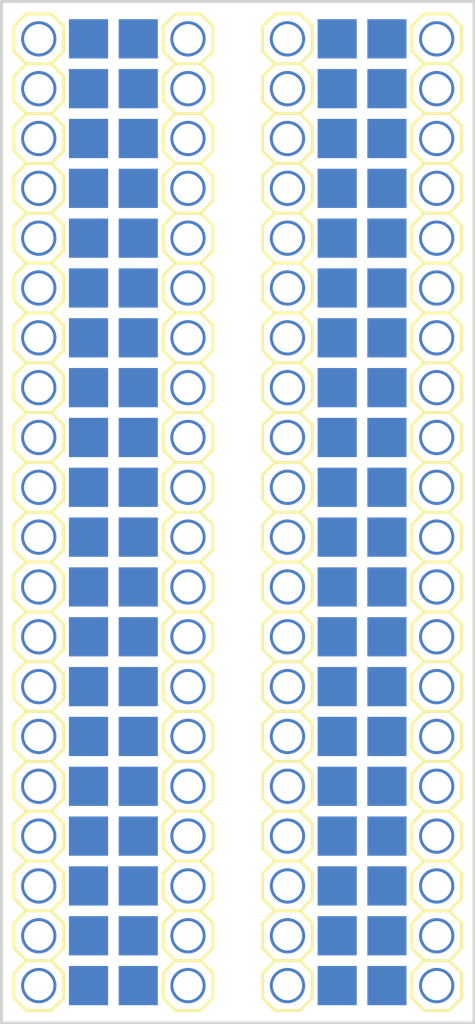
<source format=kicad_pcb>
(kicad_pcb (version 4) (host pcbnew 4.0.7-e2-6376~58~ubuntu16.04.1)

  (general
    (links 0)
    (no_connects 0)
    (area 118.669999 48.819999 142.950001 101.040001)
    (thickness 1.6)
    (drawings 4)
    (tracks 0)
    (zones 0)
    (modules 24)
    (nets 81)
  )

  (page A4)
  (layers
    (0 F.Cu signal)
    (31 B.Cu signal)
    (32 B.Adhes user)
    (33 F.Adhes user)
    (34 B.Paste user)
    (35 F.Paste user)
    (36 B.SilkS user)
    (37 F.SilkS user)
    (38 B.Mask user)
    (39 F.Mask user)
    (40 Dwgs.User user)
    (41 Cmts.User user)
    (42 Eco1.User user)
    (43 Eco2.User user)
    (44 Edge.Cuts user)
    (45 Margin user)
    (46 B.CrtYd user)
    (47 F.CrtYd user)
    (48 B.Fab user)
    (49 F.Fab user)
  )

  (setup
    (last_trace_width 0.25)
    (trace_clearance 0.2)
    (zone_clearance 0.508)
    (zone_45_only no)
    (trace_min 0.2)
    (segment_width 0.2)
    (edge_width 0.15)
    (via_size 0.6)
    (via_drill 0.4)
    (via_min_size 0.4)
    (via_min_drill 0.3)
    (uvia_size 0.3)
    (uvia_drill 0.1)
    (uvias_allowed no)
    (uvia_min_size 0.2)
    (uvia_min_drill 0.1)
    (pcb_text_width 0.3)
    (pcb_text_size 1.5 1.5)
    (mod_edge_width 0.15)
    (mod_text_size 1 1)
    (mod_text_width 0.15)
    (pad_size 1.524 1.524)
    (pad_drill 0.762)
    (pad_to_mask_clearance 0.1)
    (aux_axis_origin 0 0)
    (visible_elements FFFFFF7F)
    (pcbplotparams
      (layerselection 0x00030_80000001)
      (usegerberextensions false)
      (excludeedgelayer true)
      (linewidth 0.100000)
      (plotframeref false)
      (viasonmask false)
      (mode 1)
      (useauxorigin false)
      (hpglpennumber 1)
      (hpglpenspeed 20)
      (hpglpendiameter 15)
      (hpglpenoverlay 2)
      (psnegative false)
      (psa4output false)
      (plotreference true)
      (plotvalue true)
      (plotinvisibletext false)
      (padsonsilk false)
      (subtractmaskfromsilk false)
      (outputformat 1)
      (mirror false)
      (drillshape 1)
      (scaleselection 1)
      (outputdirectory ""))
  )

  (net 0 "")
  (net 1 "Net-(J1-Pad1)")
  (net 2 "Net-(J1-Pad2)")
  (net 3 "Net-(J1-Pad3)")
  (net 4 "Net-(J1-Pad4)")
  (net 5 "Net-(J1-Pad5)")
  (net 6 "Net-(J1-Pad6)")
  (net 7 "Net-(J1-Pad7)")
  (net 8 "Net-(J1-Pad8)")
  (net 9 "Net-(J1-Pad9)")
  (net 10 "Net-(J1-Pad10)")
  (net 11 "Net-(J1-Pad11)")
  (net 12 "Net-(J1-Pad12)")
  (net 13 "Net-(J1-Pad13)")
  (net 14 "Net-(J1-Pad14)")
  (net 15 "Net-(J1-Pad15)")
  (net 16 "Net-(J1-Pad16)")
  (net 17 "Net-(J1-Pad17)")
  (net 18 "Net-(J1-Pad18)")
  (net 19 "Net-(J1-Pad19)")
  (net 20 "Net-(J1-Pad20)")
  (net 21 "Net-(J12-Pad1)")
  (net 22 "Net-(J12-Pad2)")
  (net 23 "Net-(J12-Pad3)")
  (net 24 "Net-(J12-Pad4)")
  (net 25 "Net-(J12-Pad5)")
  (net 26 "Net-(J12-Pad6)")
  (net 27 "Net-(J12-Pad7)")
  (net 28 "Net-(J12-Pad8)")
  (net 29 "Net-(J12-Pad9)")
  (net 30 "Net-(J12-Pad10)")
  (net 31 "Net-(J12-Pad11)")
  (net 32 "Net-(J12-Pad12)")
  (net 33 "Net-(J12-Pad13)")
  (net 34 "Net-(J12-Pad14)")
  (net 35 "Net-(J12-Pad15)")
  (net 36 "Net-(J12-Pad16)")
  (net 37 "Net-(J12-Pad17)")
  (net 38 "Net-(J12-Pad18)")
  (net 39 "Net-(J12-Pad19)")
  (net 40 "Net-(J12-Pad20)")
  (net 41 "Net-(J13-Pad1)")
  (net 42 "Net-(J13-Pad2)")
  (net 43 "Net-(J13-Pad3)")
  (net 44 "Net-(J13-Pad4)")
  (net 45 "Net-(J13-Pad5)")
  (net 46 "Net-(J13-Pad6)")
  (net 47 "Net-(J13-Pad7)")
  (net 48 "Net-(J13-Pad8)")
  (net 49 "Net-(J13-Pad9)")
  (net 50 "Net-(J13-Pad10)")
  (net 51 "Net-(J13-Pad11)")
  (net 52 "Net-(J13-Pad12)")
  (net 53 "Net-(J13-Pad13)")
  (net 54 "Net-(J13-Pad14)")
  (net 55 "Net-(J13-Pad15)")
  (net 56 "Net-(J13-Pad16)")
  (net 57 "Net-(J13-Pad17)")
  (net 58 "Net-(J13-Pad18)")
  (net 59 "Net-(J13-Pad19)")
  (net 60 "Net-(J13-Pad20)")
  (net 61 "Net-(J24-Pad1)")
  (net 62 "Net-(J24-Pad2)")
  (net 63 "Net-(J24-Pad3)")
  (net 64 "Net-(J24-Pad4)")
  (net 65 "Net-(J24-Pad5)")
  (net 66 "Net-(J24-Pad6)")
  (net 67 "Net-(J24-Pad7)")
  (net 68 "Net-(J24-Pad8)")
  (net 69 "Net-(J24-Pad9)")
  (net 70 "Net-(J24-Pad10)")
  (net 71 "Net-(J24-Pad11)")
  (net 72 "Net-(J24-Pad12)")
  (net 73 "Net-(J24-Pad13)")
  (net 74 "Net-(J24-Pad14)")
  (net 75 "Net-(J24-Pad15)")
  (net 76 "Net-(J24-Pad16)")
  (net 77 "Net-(J24-Pad17)")
  (net 78 "Net-(J24-Pad18)")
  (net 79 "Net-(J24-Pad19)")
  (net 80 "Net-(J24-Pad20)")

  (net_class Default "This is the default net class."
    (clearance 0.2)
    (trace_width 0.25)
    (via_dia 0.6)
    (via_drill 0.4)
    (uvia_dia 0.3)
    (uvia_drill 0.1)
    (add_net "Net-(J1-Pad1)")
    (add_net "Net-(J1-Pad10)")
    (add_net "Net-(J1-Pad11)")
    (add_net "Net-(J1-Pad12)")
    (add_net "Net-(J1-Pad13)")
    (add_net "Net-(J1-Pad14)")
    (add_net "Net-(J1-Pad15)")
    (add_net "Net-(J1-Pad16)")
    (add_net "Net-(J1-Pad17)")
    (add_net "Net-(J1-Pad18)")
    (add_net "Net-(J1-Pad19)")
    (add_net "Net-(J1-Pad2)")
    (add_net "Net-(J1-Pad20)")
    (add_net "Net-(J1-Pad3)")
    (add_net "Net-(J1-Pad4)")
    (add_net "Net-(J1-Pad5)")
    (add_net "Net-(J1-Pad6)")
    (add_net "Net-(J1-Pad7)")
    (add_net "Net-(J1-Pad8)")
    (add_net "Net-(J1-Pad9)")
    (add_net "Net-(J12-Pad1)")
    (add_net "Net-(J12-Pad10)")
    (add_net "Net-(J12-Pad11)")
    (add_net "Net-(J12-Pad12)")
    (add_net "Net-(J12-Pad13)")
    (add_net "Net-(J12-Pad14)")
    (add_net "Net-(J12-Pad15)")
    (add_net "Net-(J12-Pad16)")
    (add_net "Net-(J12-Pad17)")
    (add_net "Net-(J12-Pad18)")
    (add_net "Net-(J12-Pad19)")
    (add_net "Net-(J12-Pad2)")
    (add_net "Net-(J12-Pad20)")
    (add_net "Net-(J12-Pad3)")
    (add_net "Net-(J12-Pad4)")
    (add_net "Net-(J12-Pad5)")
    (add_net "Net-(J12-Pad6)")
    (add_net "Net-(J12-Pad7)")
    (add_net "Net-(J12-Pad8)")
    (add_net "Net-(J12-Pad9)")
    (add_net "Net-(J13-Pad1)")
    (add_net "Net-(J13-Pad10)")
    (add_net "Net-(J13-Pad11)")
    (add_net "Net-(J13-Pad12)")
    (add_net "Net-(J13-Pad13)")
    (add_net "Net-(J13-Pad14)")
    (add_net "Net-(J13-Pad15)")
    (add_net "Net-(J13-Pad16)")
    (add_net "Net-(J13-Pad17)")
    (add_net "Net-(J13-Pad18)")
    (add_net "Net-(J13-Pad19)")
    (add_net "Net-(J13-Pad2)")
    (add_net "Net-(J13-Pad20)")
    (add_net "Net-(J13-Pad3)")
    (add_net "Net-(J13-Pad4)")
    (add_net "Net-(J13-Pad5)")
    (add_net "Net-(J13-Pad6)")
    (add_net "Net-(J13-Pad7)")
    (add_net "Net-(J13-Pad8)")
    (add_net "Net-(J13-Pad9)")
    (add_net "Net-(J24-Pad1)")
    (add_net "Net-(J24-Pad10)")
    (add_net "Net-(J24-Pad11)")
    (add_net "Net-(J24-Pad12)")
    (add_net "Net-(J24-Pad13)")
    (add_net "Net-(J24-Pad14)")
    (add_net "Net-(J24-Pad15)")
    (add_net "Net-(J24-Pad16)")
    (add_net "Net-(J24-Pad17)")
    (add_net "Net-(J24-Pad18)")
    (add_net "Net-(J24-Pad19)")
    (add_net "Net-(J24-Pad2)")
    (add_net "Net-(J24-Pad20)")
    (add_net "Net-(J24-Pad3)")
    (add_net "Net-(J24-Pad4)")
    (add_net "Net-(J24-Pad5)")
    (add_net "Net-(J24-Pad6)")
    (add_net "Net-(J24-Pad7)")
    (add_net "Net-(J24-Pad8)")
    (add_net "Net-(J24-Pad9)")
  )

  (module SquantorProto:proto-0254-02X02-P020 (layer B.Cu) (tedit 59BAE3EA) (tstamp 59BE9A3C)
    (at 124.46 52.07)
    (path /59BAEA07)
    (fp_text reference J2 (at 0 3.81) (layer B.SilkS) hide
      (effects (font (size 1 1) (thickness 0.15)) (justify mirror))
    )
    (fp_text value Proto (at 0 -3.81) (layer B.Fab) hide
      (effects (font (size 1 1) (thickness 0.15)) (justify mirror))
    )
    (pad 1 smd rect (at -1.27 1.27) (size 2 2) (layers B.Cu B.Paste B.Mask))
    (pad 2 smd rect (at 1.27 1.27) (size 2 2) (layers B.Cu B.Paste B.Mask))
    (pad 3 smd rect (at -1.27 -1.27) (size 2 2) (layers B.Cu B.Paste B.Mask))
    (pad 4 smd rect (at 1.27 -1.27) (size 2 2) (layers B.Cu B.Paste B.Mask))
  )

  (module SquantorProto:proto-0254-02X02-P020 (layer B.Cu) (tedit 59BAE3EF) (tstamp 59BE9A44)
    (at 124.46 57.15)
    (path /59BAEA0D)
    (fp_text reference J3 (at 0 3.81) (layer B.SilkS) hide
      (effects (font (size 1 1) (thickness 0.15)) (justify mirror))
    )
    (fp_text value Proto (at 0 -3.81) (layer B.Fab) hide
      (effects (font (size 1 1) (thickness 0.15)) (justify mirror))
    )
    (pad 1 smd rect (at -1.27 1.27) (size 2 2) (layers B.Cu B.Paste B.Mask))
    (pad 2 smd rect (at 1.27 1.27) (size 2 2) (layers B.Cu B.Paste B.Mask))
    (pad 3 smd rect (at -1.27 -1.27) (size 2 2) (layers B.Cu B.Paste B.Mask))
    (pad 4 smd rect (at 1.27 -1.27) (size 2 2) (layers B.Cu B.Paste B.Mask))
  )

  (module SquantorProto:proto-0254-02X02-P020 (layer B.Cu) (tedit 59BAE3F5) (tstamp 59BE9A4C)
    (at 124.46 62.23)
    (path /59BAEA13)
    (fp_text reference J4 (at 0 3.81) (layer B.SilkS) hide
      (effects (font (size 1 1) (thickness 0.15)) (justify mirror))
    )
    (fp_text value Proto (at 0 -3.81) (layer B.Fab) hide
      (effects (font (size 1 1) (thickness 0.15)) (justify mirror))
    )
    (pad 1 smd rect (at -1.27 1.27) (size 2 2) (layers B.Cu B.Paste B.Mask))
    (pad 2 smd rect (at 1.27 1.27) (size 2 2) (layers B.Cu B.Paste B.Mask))
    (pad 3 smd rect (at -1.27 -1.27) (size 2 2) (layers B.Cu B.Paste B.Mask))
    (pad 4 smd rect (at 1.27 -1.27) (size 2 2) (layers B.Cu B.Paste B.Mask))
  )

  (module SquantorProto:proto-0254-02X02-P020 (layer B.Cu) (tedit 59BAE3FA) (tstamp 59BE9A54)
    (at 124.46 67.31)
    (path /59BAEA19)
    (fp_text reference J5 (at 0 3.81) (layer B.SilkS) hide
      (effects (font (size 1 1) (thickness 0.15)) (justify mirror))
    )
    (fp_text value Proto (at 0 -3.81) (layer B.Fab) hide
      (effects (font (size 1 1) (thickness 0.15)) (justify mirror))
    )
    (pad 1 smd rect (at -1.27 1.27) (size 2 2) (layers B.Cu B.Paste B.Mask))
    (pad 2 smd rect (at 1.27 1.27) (size 2 2) (layers B.Cu B.Paste B.Mask))
    (pad 3 smd rect (at -1.27 -1.27) (size 2 2) (layers B.Cu B.Paste B.Mask))
    (pad 4 smd rect (at 1.27 -1.27) (size 2 2) (layers B.Cu B.Paste B.Mask))
  )

  (module SquantorProto:proto-0254-02X02-P020 (layer B.Cu) (tedit 59BAE40D) (tstamp 59BE9A5C)
    (at 124.46 72.39)
    (path /59BAEA1F)
    (fp_text reference J6 (at 0 3.81) (layer B.SilkS) hide
      (effects (font (size 1 1) (thickness 0.15)) (justify mirror))
    )
    (fp_text value Proto (at 0 -3.81) (layer B.Fab) hide
      (effects (font (size 1 1) (thickness 0.15)) (justify mirror))
    )
    (pad 1 smd rect (at -1.27 1.27) (size 2 2) (layers B.Cu B.Paste B.Mask))
    (pad 2 smd rect (at 1.27 1.27) (size 2 2) (layers B.Cu B.Paste B.Mask))
    (pad 3 smd rect (at -1.27 -1.27) (size 2 2) (layers B.Cu B.Paste B.Mask))
    (pad 4 smd rect (at 1.27 -1.27) (size 2 2) (layers B.Cu B.Paste B.Mask))
  )

  (module SquantorProto:proto-0254-02X02-P020 (layer B.Cu) (tedit 59BAE411) (tstamp 59BE9A64)
    (at 124.46 77.47)
    (path /59BAE168)
    (fp_text reference J7 (at 0 3.81) (layer B.SilkS) hide
      (effects (font (size 1 1) (thickness 0.15)) (justify mirror))
    )
    (fp_text value Proto (at 0 -3.81) (layer B.Fab) hide
      (effects (font (size 1 1) (thickness 0.15)) (justify mirror))
    )
    (pad 1 smd rect (at -1.27 1.27) (size 2 2) (layers B.Cu B.Paste B.Mask))
    (pad 2 smd rect (at 1.27 1.27) (size 2 2) (layers B.Cu B.Paste B.Mask))
    (pad 3 smd rect (at -1.27 -1.27) (size 2 2) (layers B.Cu B.Paste B.Mask))
    (pad 4 smd rect (at 1.27 -1.27) (size 2 2) (layers B.Cu B.Paste B.Mask))
  )

  (module SquantorProto:proto-0254-02X02-P020 (layer B.Cu) (tedit 59BAE415) (tstamp 59BE9A6C)
    (at 124.46 82.55)
    (path /59BAE259)
    (fp_text reference J8 (at 0 3.81) (layer B.SilkS) hide
      (effects (font (size 1 1) (thickness 0.15)) (justify mirror))
    )
    (fp_text value Proto (at 0 -3.81) (layer B.Fab) hide
      (effects (font (size 1 1) (thickness 0.15)) (justify mirror))
    )
    (pad 1 smd rect (at -1.27 1.27) (size 2 2) (layers B.Cu B.Paste B.Mask))
    (pad 2 smd rect (at 1.27 1.27) (size 2 2) (layers B.Cu B.Paste B.Mask))
    (pad 3 smd rect (at -1.27 -1.27) (size 2 2) (layers B.Cu B.Paste B.Mask))
    (pad 4 smd rect (at 1.27 -1.27) (size 2 2) (layers B.Cu B.Paste B.Mask))
  )

  (module SquantorProto:proto-0254-02X02-P020 (layer B.Cu) (tedit 59BAE41B) (tstamp 59BE9A74)
    (at 124.46 87.63)
    (path /59BAE5DC)
    (fp_text reference J9 (at 0 3.81) (layer B.SilkS) hide
      (effects (font (size 1 1) (thickness 0.15)) (justify mirror))
    )
    (fp_text value Proto (at 0 -3.81) (layer B.Fab) hide
      (effects (font (size 1 1) (thickness 0.15)) (justify mirror))
    )
    (pad 1 smd rect (at -1.27 1.27) (size 2 2) (layers B.Cu B.Paste B.Mask))
    (pad 2 smd rect (at 1.27 1.27) (size 2 2) (layers B.Cu B.Paste B.Mask))
    (pad 3 smd rect (at -1.27 -1.27) (size 2 2) (layers B.Cu B.Paste B.Mask))
    (pad 4 smd rect (at 1.27 -1.27) (size 2 2) (layers B.Cu B.Paste B.Mask))
  )

  (module SquantorProto:proto-0254-02X02-P020 (layer B.Cu) (tedit 59BAE41F) (tstamp 59BE9A7C)
    (at 124.46 92.71)
    (path /59BAE611)
    (fp_text reference J10 (at 0 3.81) (layer B.SilkS) hide
      (effects (font (size 1 1) (thickness 0.15)) (justify mirror))
    )
    (fp_text value Proto (at 0 -3.81) (layer B.Fab) hide
      (effects (font (size 1 1) (thickness 0.15)) (justify mirror))
    )
    (pad 1 smd rect (at -1.27 1.27) (size 2 2) (layers B.Cu B.Paste B.Mask))
    (pad 2 smd rect (at 1.27 1.27) (size 2 2) (layers B.Cu B.Paste B.Mask))
    (pad 3 smd rect (at -1.27 -1.27) (size 2 2) (layers B.Cu B.Paste B.Mask))
    (pad 4 smd rect (at 1.27 -1.27) (size 2 2) (layers B.Cu B.Paste B.Mask))
  )

  (module SquantorProto:proto-0254-02X02-P020 (layer B.Cu) (tedit 59BAE422) (tstamp 59BE9A84)
    (at 124.46 97.79)
    (path /59BAE661)
    (fp_text reference J11 (at 0 3.81) (layer B.SilkS) hide
      (effects (font (size 1 1) (thickness 0.15)) (justify mirror))
    )
    (fp_text value Proto (at 0 -3.81) (layer B.Fab) hide
      (effects (font (size 1 1) (thickness 0.15)) (justify mirror))
    )
    (pad 1 smd rect (at -1.27 1.27) (size 2 2) (layers B.Cu B.Paste B.Mask))
    (pad 2 smd rect (at 1.27 1.27) (size 2 2) (layers B.Cu B.Paste B.Mask))
    (pad 3 smd rect (at -1.27 -1.27) (size 2 2) (layers B.Cu B.Paste B.Mask))
    (pad 4 smd rect (at 1.27 -1.27) (size 2 2) (layers B.Cu B.Paste B.Mask))
  )

  (module SquantorProto:proto-0254-02X02-P020 (layer B.Cu) (tedit 59BAE436) (tstamp 59BE9BD6)
    (at 137.16 52.07)
    (path /59BAF1D4)
    (fp_text reference J14 (at 0 3.81) (layer B.SilkS) hide
      (effects (font (size 1 1) (thickness 0.15)) (justify mirror))
    )
    (fp_text value Proto (at 0 -3.81) (layer B.Fab) hide
      (effects (font (size 1 1) (thickness 0.15)) (justify mirror))
    )
    (pad 1 smd rect (at -1.27 1.27) (size 2 2) (layers B.Cu B.Paste B.Mask))
    (pad 2 smd rect (at 1.27 1.27) (size 2 2) (layers B.Cu B.Paste B.Mask))
    (pad 3 smd rect (at -1.27 -1.27) (size 2 2) (layers B.Cu B.Paste B.Mask))
    (pad 4 smd rect (at 1.27 -1.27) (size 2 2) (layers B.Cu B.Paste B.Mask))
  )

  (module SquantorProto:proto-0254-02X02-P020 (layer B.Cu) (tedit 59BAE43A) (tstamp 59BE9BDE)
    (at 137.16 57.15)
    (path /59BAF1DA)
    (fp_text reference J15 (at 0 3.81) (layer B.SilkS) hide
      (effects (font (size 1 1) (thickness 0.15)) (justify mirror))
    )
    (fp_text value Proto (at 0 -3.81) (layer B.Fab) hide
      (effects (font (size 1 1) (thickness 0.15)) (justify mirror))
    )
    (pad 1 smd rect (at -1.27 1.27) (size 2 2) (layers B.Cu B.Paste B.Mask))
    (pad 2 smd rect (at 1.27 1.27) (size 2 2) (layers B.Cu B.Paste B.Mask))
    (pad 3 smd rect (at -1.27 -1.27) (size 2 2) (layers B.Cu B.Paste B.Mask))
    (pad 4 smd rect (at 1.27 -1.27) (size 2 2) (layers B.Cu B.Paste B.Mask))
  )

  (module SquantorProto:proto-0254-02X02-P020 (layer B.Cu) (tedit 59BAE43D) (tstamp 59BE9BE6)
    (at 137.16 62.23)
    (path /59BAF1E0)
    (fp_text reference J16 (at 0 3.81) (layer B.SilkS) hide
      (effects (font (size 1 1) (thickness 0.15)) (justify mirror))
    )
    (fp_text value Proto (at 0 -3.81) (layer B.Fab) hide
      (effects (font (size 1 1) (thickness 0.15)) (justify mirror))
    )
    (pad 1 smd rect (at -1.27 1.27) (size 2 2) (layers B.Cu B.Paste B.Mask))
    (pad 2 smd rect (at 1.27 1.27) (size 2 2) (layers B.Cu B.Paste B.Mask))
    (pad 3 smd rect (at -1.27 -1.27) (size 2 2) (layers B.Cu B.Paste B.Mask))
    (pad 4 smd rect (at 1.27 -1.27) (size 2 2) (layers B.Cu B.Paste B.Mask))
  )

  (module SquantorProto:proto-0254-02X02-P020 (layer B.Cu) (tedit 59BAE442) (tstamp 59BE9BEE)
    (at 137.16 67.31)
    (path /59BAF1E6)
    (fp_text reference J17 (at 0 3.81) (layer B.SilkS) hide
      (effects (font (size 1 1) (thickness 0.15)) (justify mirror))
    )
    (fp_text value Proto (at 0 -3.81) (layer B.Fab) hide
      (effects (font (size 1 1) (thickness 0.15)) (justify mirror))
    )
    (pad 1 smd rect (at -1.27 1.27) (size 2 2) (layers B.Cu B.Paste B.Mask))
    (pad 2 smd rect (at 1.27 1.27) (size 2 2) (layers B.Cu B.Paste B.Mask))
    (pad 3 smd rect (at -1.27 -1.27) (size 2 2) (layers B.Cu B.Paste B.Mask))
    (pad 4 smd rect (at 1.27 -1.27) (size 2 2) (layers B.Cu B.Paste B.Mask))
  )

  (module SquantorProto:proto-0254-02X02-P020 (layer B.Cu) (tedit 59BAE449) (tstamp 59BE9BF6)
    (at 137.16 72.39)
    (path /59BAF1EC)
    (fp_text reference J18 (at 0 3.81) (layer B.SilkS) hide
      (effects (font (size 1 1) (thickness 0.15)) (justify mirror))
    )
    (fp_text value Proto (at 0 -3.81) (layer B.Fab) hide
      (effects (font (size 1 1) (thickness 0.15)) (justify mirror))
    )
    (pad 1 smd rect (at -1.27 1.27) (size 2 2) (layers B.Cu B.Paste B.Mask))
    (pad 2 smd rect (at 1.27 1.27) (size 2 2) (layers B.Cu B.Paste B.Mask))
    (pad 3 smd rect (at -1.27 -1.27) (size 2 2) (layers B.Cu B.Paste B.Mask))
    (pad 4 smd rect (at 1.27 -1.27) (size 2 2) (layers B.Cu B.Paste B.Mask))
  )

  (module SquantorProto:proto-0254-02X02-P020 (layer B.Cu) (tedit 59BAE44E) (tstamp 59BE9BFE)
    (at 137.16 77.47)
    (path /59BAF1B6)
    (fp_text reference J19 (at 0 3.81) (layer B.SilkS) hide
      (effects (font (size 1 1) (thickness 0.15)) (justify mirror))
    )
    (fp_text value Proto (at 0 -3.81) (layer B.Fab) hide
      (effects (font (size 1 1) (thickness 0.15)) (justify mirror))
    )
    (pad 1 smd rect (at -1.27 1.27) (size 2 2) (layers B.Cu B.Paste B.Mask))
    (pad 2 smd rect (at 1.27 1.27) (size 2 2) (layers B.Cu B.Paste B.Mask))
    (pad 3 smd rect (at -1.27 -1.27) (size 2 2) (layers B.Cu B.Paste B.Mask))
    (pad 4 smd rect (at 1.27 -1.27) (size 2 2) (layers B.Cu B.Paste B.Mask))
  )

  (module SquantorProto:proto-0254-02X02-P020 (layer B.Cu) (tedit 59BAE452) (tstamp 59BE9C06)
    (at 137.16 82.55)
    (path /59BAF1BC)
    (fp_text reference J20 (at 0 3.81) (layer B.SilkS) hide
      (effects (font (size 1 1) (thickness 0.15)) (justify mirror))
    )
    (fp_text value Proto (at 0 -3.81) (layer B.Fab) hide
      (effects (font (size 1 1) (thickness 0.15)) (justify mirror))
    )
    (pad 1 smd rect (at -1.27 1.27) (size 2 2) (layers B.Cu B.Paste B.Mask))
    (pad 2 smd rect (at 1.27 1.27) (size 2 2) (layers B.Cu B.Paste B.Mask))
    (pad 3 smd rect (at -1.27 -1.27) (size 2 2) (layers B.Cu B.Paste B.Mask))
    (pad 4 smd rect (at 1.27 -1.27) (size 2 2) (layers B.Cu B.Paste B.Mask))
  )

  (module SquantorProto:proto-0254-02X02-P020 (layer B.Cu) (tedit 59BAE457) (tstamp 59BE9C0E)
    (at 137.16 87.63)
    (path /59BAF1C2)
    (fp_text reference J21 (at 0 3.81) (layer B.SilkS) hide
      (effects (font (size 1 1) (thickness 0.15)) (justify mirror))
    )
    (fp_text value Proto (at 0 -3.81) (layer B.Fab) hide
      (effects (font (size 1 1) (thickness 0.15)) (justify mirror))
    )
    (pad 1 smd rect (at -1.27 1.27) (size 2 2) (layers B.Cu B.Paste B.Mask))
    (pad 2 smd rect (at 1.27 1.27) (size 2 2) (layers B.Cu B.Paste B.Mask))
    (pad 3 smd rect (at -1.27 -1.27) (size 2 2) (layers B.Cu B.Paste B.Mask))
    (pad 4 smd rect (at 1.27 -1.27) (size 2 2) (layers B.Cu B.Paste B.Mask))
  )

  (module SquantorProto:proto-0254-02X02-P020 (layer B.Cu) (tedit 59BAE45A) (tstamp 59BE9C16)
    (at 137.16 92.71)
    (path /59BAF1C8)
    (fp_text reference J22 (at 0 3.81) (layer B.SilkS) hide
      (effects (font (size 1 1) (thickness 0.15)) (justify mirror))
    )
    (fp_text value Proto (at 0 -3.81) (layer B.Fab) hide
      (effects (font (size 1 1) (thickness 0.15)) (justify mirror))
    )
    (pad 1 smd rect (at -1.27 1.27) (size 2 2) (layers B.Cu B.Paste B.Mask))
    (pad 2 smd rect (at 1.27 1.27) (size 2 2) (layers B.Cu B.Paste B.Mask))
    (pad 3 smd rect (at -1.27 -1.27) (size 2 2) (layers B.Cu B.Paste B.Mask))
    (pad 4 smd rect (at 1.27 -1.27) (size 2 2) (layers B.Cu B.Paste B.Mask))
  )

  (module SquantorProto:proto-0254-02X02-P020 (layer B.Cu) (tedit 59BAE45C) (tstamp 59BE9C1E)
    (at 137.16 97.79)
    (path /59BAF1CE)
    (fp_text reference J23 (at 0 3.81) (layer B.SilkS) hide
      (effects (font (size 1 1) (thickness 0.15)) (justify mirror))
    )
    (fp_text value Proto (at 0 -3.81) (layer B.Fab) hide
      (effects (font (size 1 1) (thickness 0.15)) (justify mirror))
    )
    (pad 1 smd rect (at -1.27 1.27) (size 2 2) (layers B.Cu B.Paste B.Mask))
    (pad 2 smd rect (at 1.27 1.27) (size 2 2) (layers B.Cu B.Paste B.Mask))
    (pad 3 smd rect (at -1.27 -1.27) (size 2 2) (layers B.Cu B.Paste B.Mask))
    (pad 4 smd rect (at 1.27 -1.27) (size 2 2) (layers B.Cu B.Paste B.Mask))
  )

  (module SquantorConnectors:Header-0254-1X20-H015_NO_IDX (layer F.Cu) (tedit 59BD8C2F) (tstamp 59BD9259)
    (at 120.65 74.93 90)
    (descr "PIN HEADER")
    (tags "PIN HEADER")
    (path /59BAD962)
    (attr virtual)
    (fp_text reference J1 (at 0 -2.54 90) (layer F.SilkS) hide
      (effects (font (size 1.27 1.27) (thickness 0.15)))
    )
    (fp_text value PINS_1X20 (at 0 2.54 90) (layer F.Fab) hide
      (effects (font (size 1.27 1.27) (thickness 0.15)))
    )
    (fp_line (start 20.955 -1.27) (end 22.225 -1.27) (layer F.SilkS) (width 0.1524))
    (fp_line (start 22.225 -1.27) (end 22.86 -0.635) (layer F.SilkS) (width 0.1524))
    (fp_line (start 22.86 -0.635) (end 22.86 0.635) (layer F.SilkS) (width 0.1524))
    (fp_line (start 22.86 0.635) (end 22.225 1.27) (layer F.SilkS) (width 0.1524))
    (fp_line (start 17.78 -0.635) (end 18.415 -1.27) (layer F.SilkS) (width 0.1524))
    (fp_line (start 18.415 -1.27) (end 19.685 -1.27) (layer F.SilkS) (width 0.1524))
    (fp_line (start 19.685 -1.27) (end 20.32 -0.635) (layer F.SilkS) (width 0.1524))
    (fp_line (start 20.32 -0.635) (end 20.32 0.635) (layer F.SilkS) (width 0.1524))
    (fp_line (start 20.32 0.635) (end 19.685 1.27) (layer F.SilkS) (width 0.1524))
    (fp_line (start 19.685 1.27) (end 18.415 1.27) (layer F.SilkS) (width 0.1524))
    (fp_line (start 18.415 1.27) (end 17.78 0.635) (layer F.SilkS) (width 0.1524))
    (fp_line (start 20.955 -1.27) (end 20.32 -0.635) (layer F.SilkS) (width 0.1524))
    (fp_line (start 20.32 0.635) (end 20.955 1.27) (layer F.SilkS) (width 0.1524))
    (fp_line (start 22.225 1.27) (end 20.955 1.27) (layer F.SilkS) (width 0.1524))
    (fp_line (start 13.335 -1.27) (end 14.605 -1.27) (layer F.SilkS) (width 0.1524))
    (fp_line (start 14.605 -1.27) (end 15.24 -0.635) (layer F.SilkS) (width 0.1524))
    (fp_line (start 15.24 -0.635) (end 15.24 0.635) (layer F.SilkS) (width 0.1524))
    (fp_line (start 15.24 0.635) (end 14.605 1.27) (layer F.SilkS) (width 0.1524))
    (fp_line (start 15.24 -0.635) (end 15.875 -1.27) (layer F.SilkS) (width 0.1524))
    (fp_line (start 15.875 -1.27) (end 17.145 -1.27) (layer F.SilkS) (width 0.1524))
    (fp_line (start 17.145 -1.27) (end 17.78 -0.635) (layer F.SilkS) (width 0.1524))
    (fp_line (start 17.78 -0.635) (end 17.78 0.635) (layer F.SilkS) (width 0.1524))
    (fp_line (start 17.78 0.635) (end 17.145 1.27) (layer F.SilkS) (width 0.1524))
    (fp_line (start 17.145 1.27) (end 15.875 1.27) (layer F.SilkS) (width 0.1524))
    (fp_line (start 15.875 1.27) (end 15.24 0.635) (layer F.SilkS) (width 0.1524))
    (fp_line (start 10.16 -0.635) (end 10.795 -1.27) (layer F.SilkS) (width 0.1524))
    (fp_line (start 10.795 -1.27) (end 12.065 -1.27) (layer F.SilkS) (width 0.1524))
    (fp_line (start 12.065 -1.27) (end 12.7 -0.635) (layer F.SilkS) (width 0.1524))
    (fp_line (start 12.7 -0.635) (end 12.7 0.635) (layer F.SilkS) (width 0.1524))
    (fp_line (start 12.7 0.635) (end 12.065 1.27) (layer F.SilkS) (width 0.1524))
    (fp_line (start 12.065 1.27) (end 10.795 1.27) (layer F.SilkS) (width 0.1524))
    (fp_line (start 10.795 1.27) (end 10.16 0.635) (layer F.SilkS) (width 0.1524))
    (fp_line (start 13.335 -1.27) (end 12.7 -0.635) (layer F.SilkS) (width 0.1524))
    (fp_line (start 12.7 0.635) (end 13.335 1.27) (layer F.SilkS) (width 0.1524))
    (fp_line (start 14.605 1.27) (end 13.335 1.27) (layer F.SilkS) (width 0.1524))
    (fp_line (start 5.715 -1.27) (end 6.985 -1.27) (layer F.SilkS) (width 0.1524))
    (fp_line (start 6.985 -1.27) (end 7.62 -0.635) (layer F.SilkS) (width 0.1524))
    (fp_line (start 7.62 -0.635) (end 7.62 0.635) (layer F.SilkS) (width 0.1524))
    (fp_line (start 7.62 0.635) (end 6.985 1.27) (layer F.SilkS) (width 0.1524))
    (fp_line (start 7.62 -0.635) (end 8.255 -1.27) (layer F.SilkS) (width 0.1524))
    (fp_line (start 8.255 -1.27) (end 9.525 -1.27) (layer F.SilkS) (width 0.1524))
    (fp_line (start 9.525 -1.27) (end 10.16 -0.635) (layer F.SilkS) (width 0.1524))
    (fp_line (start 10.16 -0.635) (end 10.16 0.635) (layer F.SilkS) (width 0.1524))
    (fp_line (start 10.16 0.635) (end 9.525 1.27) (layer F.SilkS) (width 0.1524))
    (fp_line (start 9.525 1.27) (end 8.255 1.27) (layer F.SilkS) (width 0.1524))
    (fp_line (start 8.255 1.27) (end 7.62 0.635) (layer F.SilkS) (width 0.1524))
    (fp_line (start 2.54 -0.635) (end 3.175 -1.27) (layer F.SilkS) (width 0.1524))
    (fp_line (start 3.175 -1.27) (end 4.445 -1.27) (layer F.SilkS) (width 0.1524))
    (fp_line (start 4.445 -1.27) (end 5.08 -0.635) (layer F.SilkS) (width 0.1524))
    (fp_line (start 5.08 -0.635) (end 5.08 0.635) (layer F.SilkS) (width 0.1524))
    (fp_line (start 5.08 0.635) (end 4.445 1.27) (layer F.SilkS) (width 0.1524))
    (fp_line (start 4.445 1.27) (end 3.175 1.27) (layer F.SilkS) (width 0.1524))
    (fp_line (start 3.175 1.27) (end 2.54 0.635) (layer F.SilkS) (width 0.1524))
    (fp_line (start 5.715 -1.27) (end 5.08 -0.635) (layer F.SilkS) (width 0.1524))
    (fp_line (start 5.08 0.635) (end 5.715 1.27) (layer F.SilkS) (width 0.1524))
    (fp_line (start 6.985 1.27) (end 5.715 1.27) (layer F.SilkS) (width 0.1524))
    (fp_line (start -1.905 -1.27) (end -0.635 -1.27) (layer F.SilkS) (width 0.1524))
    (fp_line (start -0.635 -1.27) (end 0 -0.635) (layer F.SilkS) (width 0.1524))
    (fp_line (start 0 -0.635) (end 0 0.635) (layer F.SilkS) (width 0.1524))
    (fp_line (start 0 0.635) (end -0.635 1.27) (layer F.SilkS) (width 0.1524))
    (fp_line (start 0 -0.635) (end 0.635 -1.27) (layer F.SilkS) (width 0.1524))
    (fp_line (start 0.635 -1.27) (end 1.905 -1.27) (layer F.SilkS) (width 0.1524))
    (fp_line (start 1.905 -1.27) (end 2.54 -0.635) (layer F.SilkS) (width 0.1524))
    (fp_line (start 2.54 -0.635) (end 2.54 0.635) (layer F.SilkS) (width 0.1524))
    (fp_line (start 2.54 0.635) (end 1.905 1.27) (layer F.SilkS) (width 0.1524))
    (fp_line (start 1.905 1.27) (end 0.635 1.27) (layer F.SilkS) (width 0.1524))
    (fp_line (start 0.635 1.27) (end 0 0.635) (layer F.SilkS) (width 0.1524))
    (fp_line (start -5.08 -0.635) (end -4.445 -1.27) (layer F.SilkS) (width 0.1524))
    (fp_line (start -4.445 -1.27) (end -3.175 -1.27) (layer F.SilkS) (width 0.1524))
    (fp_line (start -3.175 -1.27) (end -2.54 -0.635) (layer F.SilkS) (width 0.1524))
    (fp_line (start -2.54 -0.635) (end -2.54 0.635) (layer F.SilkS) (width 0.1524))
    (fp_line (start -2.54 0.635) (end -3.175 1.27) (layer F.SilkS) (width 0.1524))
    (fp_line (start -3.175 1.27) (end -4.445 1.27) (layer F.SilkS) (width 0.1524))
    (fp_line (start -4.445 1.27) (end -5.08 0.635) (layer F.SilkS) (width 0.1524))
    (fp_line (start -1.905 -1.27) (end -2.54 -0.635) (layer F.SilkS) (width 0.1524))
    (fp_line (start -2.54 0.635) (end -1.905 1.27) (layer F.SilkS) (width 0.1524))
    (fp_line (start -0.635 1.27) (end -1.905 1.27) (layer F.SilkS) (width 0.1524))
    (fp_line (start -9.525 -1.27) (end -8.255 -1.27) (layer F.SilkS) (width 0.1524))
    (fp_line (start -8.255 -1.27) (end -7.62 -0.635) (layer F.SilkS) (width 0.1524))
    (fp_line (start -7.62 -0.635) (end -7.62 0.635) (layer F.SilkS) (width 0.1524))
    (fp_line (start -7.62 0.635) (end -8.255 1.27) (layer F.SilkS) (width 0.1524))
    (fp_line (start -7.62 -0.635) (end -6.985 -1.27) (layer F.SilkS) (width 0.1524))
    (fp_line (start -6.985 -1.27) (end -5.715 -1.27) (layer F.SilkS) (width 0.1524))
    (fp_line (start -5.715 -1.27) (end -5.08 -0.635) (layer F.SilkS) (width 0.1524))
    (fp_line (start -5.08 -0.635) (end -5.08 0.635) (layer F.SilkS) (width 0.1524))
    (fp_line (start -5.08 0.635) (end -5.715 1.27) (layer F.SilkS) (width 0.1524))
    (fp_line (start -5.715 1.27) (end -6.985 1.27) (layer F.SilkS) (width 0.1524))
    (fp_line (start -6.985 1.27) (end -7.62 0.635) (layer F.SilkS) (width 0.1524))
    (fp_line (start -12.7 -0.635) (end -12.065 -1.27) (layer F.SilkS) (width 0.1524))
    (fp_line (start -12.065 -1.27) (end -10.795 -1.27) (layer F.SilkS) (width 0.1524))
    (fp_line (start -10.795 -1.27) (end -10.16 -0.635) (layer F.SilkS) (width 0.1524))
    (fp_line (start -10.16 -0.635) (end -10.16 0.635) (layer F.SilkS) (width 0.1524))
    (fp_line (start -10.16 0.635) (end -10.795 1.27) (layer F.SilkS) (width 0.1524))
    (fp_line (start -10.795 1.27) (end -12.065 1.27) (layer F.SilkS) (width 0.1524))
    (fp_line (start -12.065 1.27) (end -12.7 0.635) (layer F.SilkS) (width 0.1524))
    (fp_line (start -9.525 -1.27) (end -10.16 -0.635) (layer F.SilkS) (width 0.1524))
    (fp_line (start -10.16 0.635) (end -9.525 1.27) (layer F.SilkS) (width 0.1524))
    (fp_line (start -8.255 1.27) (end -9.525 1.27) (layer F.SilkS) (width 0.1524))
    (fp_line (start -17.145 -1.27) (end -15.875 -1.27) (layer F.SilkS) (width 0.1524))
    (fp_line (start -15.875 -1.27) (end -15.24 -0.635) (layer F.SilkS) (width 0.1524))
    (fp_line (start -15.24 -0.635) (end -15.24 0.635) (layer F.SilkS) (width 0.1524))
    (fp_line (start -15.24 0.635) (end -15.875 1.27) (layer F.SilkS) (width 0.1524))
    (fp_line (start -15.24 -0.635) (end -14.605 -1.27) (layer F.SilkS) (width 0.1524))
    (fp_line (start -14.605 -1.27) (end -13.335 -1.27) (layer F.SilkS) (width 0.1524))
    (fp_line (start -13.335 -1.27) (end -12.7 -0.635) (layer F.SilkS) (width 0.1524))
    (fp_line (start -12.7 -0.635) (end -12.7 0.635) (layer F.SilkS) (width 0.1524))
    (fp_line (start -12.7 0.635) (end -13.335 1.27) (layer F.SilkS) (width 0.1524))
    (fp_line (start -13.335 1.27) (end -14.605 1.27) (layer F.SilkS) (width 0.1524))
    (fp_line (start -14.605 1.27) (end -15.24 0.635) (layer F.SilkS) (width 0.1524))
    (fp_line (start -20.32 -0.635) (end -19.685 -1.27) (layer F.SilkS) (width 0.1524))
    (fp_line (start -19.685 -1.27) (end -18.415 -1.27) (layer F.SilkS) (width 0.1524))
    (fp_line (start -18.415 -1.27) (end -17.78 -0.635) (layer F.SilkS) (width 0.1524))
    (fp_line (start -17.78 -0.635) (end -17.78 0.635) (layer F.SilkS) (width 0.1524))
    (fp_line (start -17.78 0.635) (end -18.415 1.27) (layer F.SilkS) (width 0.1524))
    (fp_line (start -18.415 1.27) (end -19.685 1.27) (layer F.SilkS) (width 0.1524))
    (fp_line (start -19.685 1.27) (end -20.32 0.635) (layer F.SilkS) (width 0.1524))
    (fp_line (start -17.145 -1.27) (end -17.78 -0.635) (layer F.SilkS) (width 0.1524))
    (fp_line (start -17.78 0.635) (end -17.145 1.27) (layer F.SilkS) (width 0.1524))
    (fp_line (start -15.875 1.27) (end -17.145 1.27) (layer F.SilkS) (width 0.1524))
    (fp_line (start -24.765 -1.27) (end -23.495 -1.27) (layer F.SilkS) (width 0.1524))
    (fp_line (start -23.495 -1.27) (end -22.86 -0.635) (layer F.SilkS) (width 0.1524))
    (fp_line (start -22.86 -0.635) (end -22.86 0.635) (layer F.SilkS) (width 0.1524))
    (fp_line (start -22.86 0.635) (end -23.495 1.27) (layer F.SilkS) (width 0.1524))
    (fp_line (start -22.86 -0.635) (end -22.225 -1.27) (layer F.SilkS) (width 0.1524))
    (fp_line (start -22.225 -1.27) (end -20.955 -1.27) (layer F.SilkS) (width 0.1524))
    (fp_line (start -20.955 -1.27) (end -20.32 -0.635) (layer F.SilkS) (width 0.1524))
    (fp_line (start -20.32 -0.635) (end -20.32 0.635) (layer F.SilkS) (width 0.1524))
    (fp_line (start -20.32 0.635) (end -20.955 1.27) (layer F.SilkS) (width 0.1524))
    (fp_line (start -20.955 1.27) (end -22.225 1.27) (layer F.SilkS) (width 0.1524))
    (fp_line (start -22.225 1.27) (end -22.86 0.635) (layer F.SilkS) (width 0.1524))
    (fp_line (start -25.4 -0.635) (end -25.4 0.635) (layer F.SilkS) (width 0.1524))
    (fp_line (start -24.765 -1.27) (end -25.4 -0.635) (layer F.SilkS) (width 0.1524))
    (fp_line (start -25.4 0.635) (end -24.765 1.27) (layer F.SilkS) (width 0.1524))
    (fp_line (start -23.495 1.27) (end -24.765 1.27) (layer F.SilkS) (width 0.1524))
    (fp_line (start 23.495 -1.27) (end 24.765 -1.27) (layer F.SilkS) (width 0.1524))
    (fp_line (start 24.765 -1.27) (end 25.4 -0.635) (layer F.SilkS) (width 0.1524))
    (fp_line (start 25.4 -0.635) (end 25.4 0.635) (layer F.SilkS) (width 0.1524))
    (fp_line (start 25.4 0.635) (end 24.765 1.27) (layer F.SilkS) (width 0.1524))
    (fp_line (start 23.495 -1.27) (end 22.86 -0.635) (layer F.SilkS) (width 0.1524))
    (fp_line (start 22.86 0.635) (end 23.495 1.27) (layer F.SilkS) (width 0.1524))
    (fp_line (start 24.765 1.27) (end 23.495 1.27) (layer F.SilkS) (width 0.1524))
    (pad 1 thru_hole circle (at -24.13 0 270) (size 1.8 1.8) (drill 1.5) (layers *.Cu *.Mask)
      (net 1 "Net-(J1-Pad1)"))
    (pad 2 thru_hole circle (at -21.59 0 270) (size 1.8 1.8) (drill 1.5) (layers *.Cu *.Mask)
      (net 2 "Net-(J1-Pad2)"))
    (pad 3 thru_hole circle (at -19.05 0 270) (size 1.8 1.8) (drill 1.5) (layers *.Cu *.Mask)
      (net 3 "Net-(J1-Pad3)"))
    (pad 4 thru_hole circle (at -16.51 0 270) (size 1.8 1.8) (drill 1.5) (layers *.Cu *.Mask)
      (net 4 "Net-(J1-Pad4)"))
    (pad 5 thru_hole circle (at -13.97 0 270) (size 1.8 1.8) (drill 1.5) (layers *.Cu *.Mask)
      (net 5 "Net-(J1-Pad5)"))
    (pad 6 thru_hole circle (at -11.43 0 270) (size 1.8 1.8) (drill 1.5) (layers *.Cu *.Mask)
      (net 6 "Net-(J1-Pad6)"))
    (pad 7 thru_hole circle (at -8.89 0 270) (size 1.8 1.8) (drill 1.5) (layers *.Cu *.Mask)
      (net 7 "Net-(J1-Pad7)"))
    (pad 8 thru_hole circle (at -6.35 0 270) (size 1.8 1.8) (drill 1.5) (layers *.Cu *.Mask)
      (net 8 "Net-(J1-Pad8)"))
    (pad 9 thru_hole circle (at -3.81 0 270) (size 1.8 1.8) (drill 1.5) (layers *.Cu *.Mask)
      (net 9 "Net-(J1-Pad9)"))
    (pad 10 thru_hole circle (at -1.27 0 270) (size 1.8 1.8) (drill 1.5) (layers *.Cu *.Mask)
      (net 10 "Net-(J1-Pad10)"))
    (pad 11 thru_hole circle (at 1.27 0 270) (size 1.8 1.8) (drill 1.5) (layers *.Cu *.Mask)
      (net 11 "Net-(J1-Pad11)"))
    (pad 12 thru_hole circle (at 3.81 0 270) (size 1.8 1.8) (drill 1.5) (layers *.Cu *.Mask)
      (net 12 "Net-(J1-Pad12)"))
    (pad 13 thru_hole circle (at 6.35 0 270) (size 1.8 1.8) (drill 1.5) (layers *.Cu *.Mask)
      (net 13 "Net-(J1-Pad13)"))
    (pad 14 thru_hole circle (at 8.89 0 270) (size 1.8 1.8) (drill 1.5) (layers *.Cu *.Mask)
      (net 14 "Net-(J1-Pad14)"))
    (pad 15 thru_hole circle (at 11.43 0 270) (size 1.8 1.8) (drill 1.5) (layers *.Cu *.Mask)
      (net 15 "Net-(J1-Pad15)"))
    (pad 16 thru_hole circle (at 13.97 0 270) (size 1.8 1.8) (drill 1.5) (layers *.Cu *.Mask)
      (net 16 "Net-(J1-Pad16)"))
    (pad 17 thru_hole circle (at 16.51 0 270) (size 1.8 1.8) (drill 1.5) (layers *.Cu *.Mask)
      (net 17 "Net-(J1-Pad17)"))
    (pad 18 thru_hole circle (at 19.05 0 270) (size 1.8 1.8) (drill 1.5) (layers *.Cu *.Mask)
      (net 18 "Net-(J1-Pad18)"))
    (pad 19 thru_hole circle (at 21.59 0 270) (size 1.8 1.8) (drill 1.5) (layers *.Cu *.Mask)
      (net 19 "Net-(J1-Pad19)"))
    (pad 20 thru_hole circle (at 24.13 0 270) (size 1.8 1.8) (drill 1.5) (layers *.Cu *.Mask)
      (net 20 "Net-(J1-Pad20)"))
  )

  (module SquantorConnectors:Header-0254-1X20-H015_NO_IDX (layer F.Cu) (tedit 59BD8C39) (tstamp 59BD9270)
    (at 128.27 74.93 90)
    (descr "PIN HEADER")
    (tags "PIN HEADER")
    (path /59BADA31)
    (attr virtual)
    (fp_text reference J12 (at 0 -2.54 90) (layer F.SilkS) hide
      (effects (font (size 1.27 1.27) (thickness 0.15)))
    )
    (fp_text value PINS_1X20 (at 0 2.54 90) (layer F.Fab) hide
      (effects (font (size 1.27 1.27) (thickness 0.15)))
    )
    (fp_line (start 20.955 -1.27) (end 22.225 -1.27) (layer F.SilkS) (width 0.1524))
    (fp_line (start 22.225 -1.27) (end 22.86 -0.635) (layer F.SilkS) (width 0.1524))
    (fp_line (start 22.86 -0.635) (end 22.86 0.635) (layer F.SilkS) (width 0.1524))
    (fp_line (start 22.86 0.635) (end 22.225 1.27) (layer F.SilkS) (width 0.1524))
    (fp_line (start 17.78 -0.635) (end 18.415 -1.27) (layer F.SilkS) (width 0.1524))
    (fp_line (start 18.415 -1.27) (end 19.685 -1.27) (layer F.SilkS) (width 0.1524))
    (fp_line (start 19.685 -1.27) (end 20.32 -0.635) (layer F.SilkS) (width 0.1524))
    (fp_line (start 20.32 -0.635) (end 20.32 0.635) (layer F.SilkS) (width 0.1524))
    (fp_line (start 20.32 0.635) (end 19.685 1.27) (layer F.SilkS) (width 0.1524))
    (fp_line (start 19.685 1.27) (end 18.415 1.27) (layer F.SilkS) (width 0.1524))
    (fp_line (start 18.415 1.27) (end 17.78 0.635) (layer F.SilkS) (width 0.1524))
    (fp_line (start 20.955 -1.27) (end 20.32 -0.635) (layer F.SilkS) (width 0.1524))
    (fp_line (start 20.32 0.635) (end 20.955 1.27) (layer F.SilkS) (width 0.1524))
    (fp_line (start 22.225 1.27) (end 20.955 1.27) (layer F.SilkS) (width 0.1524))
    (fp_line (start 13.335 -1.27) (end 14.605 -1.27) (layer F.SilkS) (width 0.1524))
    (fp_line (start 14.605 -1.27) (end 15.24 -0.635) (layer F.SilkS) (width 0.1524))
    (fp_line (start 15.24 -0.635) (end 15.24 0.635) (layer F.SilkS) (width 0.1524))
    (fp_line (start 15.24 0.635) (end 14.605 1.27) (layer F.SilkS) (width 0.1524))
    (fp_line (start 15.24 -0.635) (end 15.875 -1.27) (layer F.SilkS) (width 0.1524))
    (fp_line (start 15.875 -1.27) (end 17.145 -1.27) (layer F.SilkS) (width 0.1524))
    (fp_line (start 17.145 -1.27) (end 17.78 -0.635) (layer F.SilkS) (width 0.1524))
    (fp_line (start 17.78 -0.635) (end 17.78 0.635) (layer F.SilkS) (width 0.1524))
    (fp_line (start 17.78 0.635) (end 17.145 1.27) (layer F.SilkS) (width 0.1524))
    (fp_line (start 17.145 1.27) (end 15.875 1.27) (layer F.SilkS) (width 0.1524))
    (fp_line (start 15.875 1.27) (end 15.24 0.635) (layer F.SilkS) (width 0.1524))
    (fp_line (start 10.16 -0.635) (end 10.795 -1.27) (layer F.SilkS) (width 0.1524))
    (fp_line (start 10.795 -1.27) (end 12.065 -1.27) (layer F.SilkS) (width 0.1524))
    (fp_line (start 12.065 -1.27) (end 12.7 -0.635) (layer F.SilkS) (width 0.1524))
    (fp_line (start 12.7 -0.635) (end 12.7 0.635) (layer F.SilkS) (width 0.1524))
    (fp_line (start 12.7 0.635) (end 12.065 1.27) (layer F.SilkS) (width 0.1524))
    (fp_line (start 12.065 1.27) (end 10.795 1.27) (layer F.SilkS) (width 0.1524))
    (fp_line (start 10.795 1.27) (end 10.16 0.635) (layer F.SilkS) (width 0.1524))
    (fp_line (start 13.335 -1.27) (end 12.7 -0.635) (layer F.SilkS) (width 0.1524))
    (fp_line (start 12.7 0.635) (end 13.335 1.27) (layer F.SilkS) (width 0.1524))
    (fp_line (start 14.605 1.27) (end 13.335 1.27) (layer F.SilkS) (width 0.1524))
    (fp_line (start 5.715 -1.27) (end 6.985 -1.27) (layer F.SilkS) (width 0.1524))
    (fp_line (start 6.985 -1.27) (end 7.62 -0.635) (layer F.SilkS) (width 0.1524))
    (fp_line (start 7.62 -0.635) (end 7.62 0.635) (layer F.SilkS) (width 0.1524))
    (fp_line (start 7.62 0.635) (end 6.985 1.27) (layer F.SilkS) (width 0.1524))
    (fp_line (start 7.62 -0.635) (end 8.255 -1.27) (layer F.SilkS) (width 0.1524))
    (fp_line (start 8.255 -1.27) (end 9.525 -1.27) (layer F.SilkS) (width 0.1524))
    (fp_line (start 9.525 -1.27) (end 10.16 -0.635) (layer F.SilkS) (width 0.1524))
    (fp_line (start 10.16 -0.635) (end 10.16 0.635) (layer F.SilkS) (width 0.1524))
    (fp_line (start 10.16 0.635) (end 9.525 1.27) (layer F.SilkS) (width 0.1524))
    (fp_line (start 9.525 1.27) (end 8.255 1.27) (layer F.SilkS) (width 0.1524))
    (fp_line (start 8.255 1.27) (end 7.62 0.635) (layer F.SilkS) (width 0.1524))
    (fp_line (start 2.54 -0.635) (end 3.175 -1.27) (layer F.SilkS) (width 0.1524))
    (fp_line (start 3.175 -1.27) (end 4.445 -1.27) (layer F.SilkS) (width 0.1524))
    (fp_line (start 4.445 -1.27) (end 5.08 -0.635) (layer F.SilkS) (width 0.1524))
    (fp_line (start 5.08 -0.635) (end 5.08 0.635) (layer F.SilkS) (width 0.1524))
    (fp_line (start 5.08 0.635) (end 4.445 1.27) (layer F.SilkS) (width 0.1524))
    (fp_line (start 4.445 1.27) (end 3.175 1.27) (layer F.SilkS) (width 0.1524))
    (fp_line (start 3.175 1.27) (end 2.54 0.635) (layer F.SilkS) (width 0.1524))
    (fp_line (start 5.715 -1.27) (end 5.08 -0.635) (layer F.SilkS) (width 0.1524))
    (fp_line (start 5.08 0.635) (end 5.715 1.27) (layer F.SilkS) (width 0.1524))
    (fp_line (start 6.985 1.27) (end 5.715 1.27) (layer F.SilkS) (width 0.1524))
    (fp_line (start -1.905 -1.27) (end -0.635 -1.27) (layer F.SilkS) (width 0.1524))
    (fp_line (start -0.635 -1.27) (end 0 -0.635) (layer F.SilkS) (width 0.1524))
    (fp_line (start 0 -0.635) (end 0 0.635) (layer F.SilkS) (width 0.1524))
    (fp_line (start 0 0.635) (end -0.635 1.27) (layer F.SilkS) (width 0.1524))
    (fp_line (start 0 -0.635) (end 0.635 -1.27) (layer F.SilkS) (width 0.1524))
    (fp_line (start 0.635 -1.27) (end 1.905 -1.27) (layer F.SilkS) (width 0.1524))
    (fp_line (start 1.905 -1.27) (end 2.54 -0.635) (layer F.SilkS) (width 0.1524))
    (fp_line (start 2.54 -0.635) (end 2.54 0.635) (layer F.SilkS) (width 0.1524))
    (fp_line (start 2.54 0.635) (end 1.905 1.27) (layer F.SilkS) (width 0.1524))
    (fp_line (start 1.905 1.27) (end 0.635 1.27) (layer F.SilkS) (width 0.1524))
    (fp_line (start 0.635 1.27) (end 0 0.635) (layer F.SilkS) (width 0.1524))
    (fp_line (start -5.08 -0.635) (end -4.445 -1.27) (layer F.SilkS) (width 0.1524))
    (fp_line (start -4.445 -1.27) (end -3.175 -1.27) (layer F.SilkS) (width 0.1524))
    (fp_line (start -3.175 -1.27) (end -2.54 -0.635) (layer F.SilkS) (width 0.1524))
    (fp_line (start -2.54 -0.635) (end -2.54 0.635) (layer F.SilkS) (width 0.1524))
    (fp_line (start -2.54 0.635) (end -3.175 1.27) (layer F.SilkS) (width 0.1524))
    (fp_line (start -3.175 1.27) (end -4.445 1.27) (layer F.SilkS) (width 0.1524))
    (fp_line (start -4.445 1.27) (end -5.08 0.635) (layer F.SilkS) (width 0.1524))
    (fp_line (start -1.905 -1.27) (end -2.54 -0.635) (layer F.SilkS) (width 0.1524))
    (fp_line (start -2.54 0.635) (end -1.905 1.27) (layer F.SilkS) (width 0.1524))
    (fp_line (start -0.635 1.27) (end -1.905 1.27) (layer F.SilkS) (width 0.1524))
    (fp_line (start -9.525 -1.27) (end -8.255 -1.27) (layer F.SilkS) (width 0.1524))
    (fp_line (start -8.255 -1.27) (end -7.62 -0.635) (layer F.SilkS) (width 0.1524))
    (fp_line (start -7.62 -0.635) (end -7.62 0.635) (layer F.SilkS) (width 0.1524))
    (fp_line (start -7.62 0.635) (end -8.255 1.27) (layer F.SilkS) (width 0.1524))
    (fp_line (start -7.62 -0.635) (end -6.985 -1.27) (layer F.SilkS) (width 0.1524))
    (fp_line (start -6.985 -1.27) (end -5.715 -1.27) (layer F.SilkS) (width 0.1524))
    (fp_line (start -5.715 -1.27) (end -5.08 -0.635) (layer F.SilkS) (width 0.1524))
    (fp_line (start -5.08 -0.635) (end -5.08 0.635) (layer F.SilkS) (width 0.1524))
    (fp_line (start -5.08 0.635) (end -5.715 1.27) (layer F.SilkS) (width 0.1524))
    (fp_line (start -5.715 1.27) (end -6.985 1.27) (layer F.SilkS) (width 0.1524))
    (fp_line (start -6.985 1.27) (end -7.62 0.635) (layer F.SilkS) (width 0.1524))
    (fp_line (start -12.7 -0.635) (end -12.065 -1.27) (layer F.SilkS) (width 0.1524))
    (fp_line (start -12.065 -1.27) (end -10.795 -1.27) (layer F.SilkS) (width 0.1524))
    (fp_line (start -10.795 -1.27) (end -10.16 -0.635) (layer F.SilkS) (width 0.1524))
    (fp_line (start -10.16 -0.635) (end -10.16 0.635) (layer F.SilkS) (width 0.1524))
    (fp_line (start -10.16 0.635) (end -10.795 1.27) (layer F.SilkS) (width 0.1524))
    (fp_line (start -10.795 1.27) (end -12.065 1.27) (layer F.SilkS) (width 0.1524))
    (fp_line (start -12.065 1.27) (end -12.7 0.635) (layer F.SilkS) (width 0.1524))
    (fp_line (start -9.525 -1.27) (end -10.16 -0.635) (layer F.SilkS) (width 0.1524))
    (fp_line (start -10.16 0.635) (end -9.525 1.27) (layer F.SilkS) (width 0.1524))
    (fp_line (start -8.255 1.27) (end -9.525 1.27) (layer F.SilkS) (width 0.1524))
    (fp_line (start -17.145 -1.27) (end -15.875 -1.27) (layer F.SilkS) (width 0.1524))
    (fp_line (start -15.875 -1.27) (end -15.24 -0.635) (layer F.SilkS) (width 0.1524))
    (fp_line (start -15.24 -0.635) (end -15.24 0.635) (layer F.SilkS) (width 0.1524))
    (fp_line (start -15.24 0.635) (end -15.875 1.27) (layer F.SilkS) (width 0.1524))
    (fp_line (start -15.24 -0.635) (end -14.605 -1.27) (layer F.SilkS) (width 0.1524))
    (fp_line (start -14.605 -1.27) (end -13.335 -1.27) (layer F.SilkS) (width 0.1524))
    (fp_line (start -13.335 -1.27) (end -12.7 -0.635) (layer F.SilkS) (width 0.1524))
    (fp_line (start -12.7 -0.635) (end -12.7 0.635) (layer F.SilkS) (width 0.1524))
    (fp_line (start -12.7 0.635) (end -13.335 1.27) (layer F.SilkS) (width 0.1524))
    (fp_line (start -13.335 1.27) (end -14.605 1.27) (layer F.SilkS) (width 0.1524))
    (fp_line (start -14.605 1.27) (end -15.24 0.635) (layer F.SilkS) (width 0.1524))
    (fp_line (start -20.32 -0.635) (end -19.685 -1.27) (layer F.SilkS) (width 0.1524))
    (fp_line (start -19.685 -1.27) (end -18.415 -1.27) (layer F.SilkS) (width 0.1524))
    (fp_line (start -18.415 -1.27) (end -17.78 -0.635) (layer F.SilkS) (width 0.1524))
    (fp_line (start -17.78 -0.635) (end -17.78 0.635) (layer F.SilkS) (width 0.1524))
    (fp_line (start -17.78 0.635) (end -18.415 1.27) (layer F.SilkS) (width 0.1524))
    (fp_line (start -18.415 1.27) (end -19.685 1.27) (layer F.SilkS) (width 0.1524))
    (fp_line (start -19.685 1.27) (end -20.32 0.635) (layer F.SilkS) (width 0.1524))
    (fp_line (start -17.145 -1.27) (end -17.78 -0.635) (layer F.SilkS) (width 0.1524))
    (fp_line (start -17.78 0.635) (end -17.145 1.27) (layer F.SilkS) (width 0.1524))
    (fp_line (start -15.875 1.27) (end -17.145 1.27) (layer F.SilkS) (width 0.1524))
    (fp_line (start -24.765 -1.27) (end -23.495 -1.27) (layer F.SilkS) (width 0.1524))
    (fp_line (start -23.495 -1.27) (end -22.86 -0.635) (layer F.SilkS) (width 0.1524))
    (fp_line (start -22.86 -0.635) (end -22.86 0.635) (layer F.SilkS) (width 0.1524))
    (fp_line (start -22.86 0.635) (end -23.495 1.27) (layer F.SilkS) (width 0.1524))
    (fp_line (start -22.86 -0.635) (end -22.225 -1.27) (layer F.SilkS) (width 0.1524))
    (fp_line (start -22.225 -1.27) (end -20.955 -1.27) (layer F.SilkS) (width 0.1524))
    (fp_line (start -20.955 -1.27) (end -20.32 -0.635) (layer F.SilkS) (width 0.1524))
    (fp_line (start -20.32 -0.635) (end -20.32 0.635) (layer F.SilkS) (width 0.1524))
    (fp_line (start -20.32 0.635) (end -20.955 1.27) (layer F.SilkS) (width 0.1524))
    (fp_line (start -20.955 1.27) (end -22.225 1.27) (layer F.SilkS) (width 0.1524))
    (fp_line (start -22.225 1.27) (end -22.86 0.635) (layer F.SilkS) (width 0.1524))
    (fp_line (start -25.4 -0.635) (end -25.4 0.635) (layer F.SilkS) (width 0.1524))
    (fp_line (start -24.765 -1.27) (end -25.4 -0.635) (layer F.SilkS) (width 0.1524))
    (fp_line (start -25.4 0.635) (end -24.765 1.27) (layer F.SilkS) (width 0.1524))
    (fp_line (start -23.495 1.27) (end -24.765 1.27) (layer F.SilkS) (width 0.1524))
    (fp_line (start 23.495 -1.27) (end 24.765 -1.27) (layer F.SilkS) (width 0.1524))
    (fp_line (start 24.765 -1.27) (end 25.4 -0.635) (layer F.SilkS) (width 0.1524))
    (fp_line (start 25.4 -0.635) (end 25.4 0.635) (layer F.SilkS) (width 0.1524))
    (fp_line (start 25.4 0.635) (end 24.765 1.27) (layer F.SilkS) (width 0.1524))
    (fp_line (start 23.495 -1.27) (end 22.86 -0.635) (layer F.SilkS) (width 0.1524))
    (fp_line (start 22.86 0.635) (end 23.495 1.27) (layer F.SilkS) (width 0.1524))
    (fp_line (start 24.765 1.27) (end 23.495 1.27) (layer F.SilkS) (width 0.1524))
    (pad 1 thru_hole circle (at -24.13 0 270) (size 1.8 1.8) (drill 1.5) (layers *.Cu *.Mask)
      (net 21 "Net-(J12-Pad1)"))
    (pad 2 thru_hole circle (at -21.59 0 270) (size 1.8 1.8) (drill 1.5) (layers *.Cu *.Mask)
      (net 22 "Net-(J12-Pad2)"))
    (pad 3 thru_hole circle (at -19.05 0 270) (size 1.8 1.8) (drill 1.5) (layers *.Cu *.Mask)
      (net 23 "Net-(J12-Pad3)"))
    (pad 4 thru_hole circle (at -16.51 0 270) (size 1.8 1.8) (drill 1.5) (layers *.Cu *.Mask)
      (net 24 "Net-(J12-Pad4)"))
    (pad 5 thru_hole circle (at -13.97 0 270) (size 1.8 1.8) (drill 1.5) (layers *.Cu *.Mask)
      (net 25 "Net-(J12-Pad5)"))
    (pad 6 thru_hole circle (at -11.43 0 270) (size 1.8 1.8) (drill 1.5) (layers *.Cu *.Mask)
      (net 26 "Net-(J12-Pad6)"))
    (pad 7 thru_hole circle (at -8.89 0 270) (size 1.8 1.8) (drill 1.5) (layers *.Cu *.Mask)
      (net 27 "Net-(J12-Pad7)"))
    (pad 8 thru_hole circle (at -6.35 0 270) (size 1.8 1.8) (drill 1.5) (layers *.Cu *.Mask)
      (net 28 "Net-(J12-Pad8)"))
    (pad 9 thru_hole circle (at -3.81 0 270) (size 1.8 1.8) (drill 1.5) (layers *.Cu *.Mask)
      (net 29 "Net-(J12-Pad9)"))
    (pad 10 thru_hole circle (at -1.27 0 270) (size 1.8 1.8) (drill 1.5) (layers *.Cu *.Mask)
      (net 30 "Net-(J12-Pad10)"))
    (pad 11 thru_hole circle (at 1.27 0 270) (size 1.8 1.8) (drill 1.5) (layers *.Cu *.Mask)
      (net 31 "Net-(J12-Pad11)"))
    (pad 12 thru_hole circle (at 3.81 0 270) (size 1.8 1.8) (drill 1.5) (layers *.Cu *.Mask)
      (net 32 "Net-(J12-Pad12)"))
    (pad 13 thru_hole circle (at 6.35 0 270) (size 1.8 1.8) (drill 1.5) (layers *.Cu *.Mask)
      (net 33 "Net-(J12-Pad13)"))
    (pad 14 thru_hole circle (at 8.89 0 270) (size 1.8 1.8) (drill 1.5) (layers *.Cu *.Mask)
      (net 34 "Net-(J12-Pad14)"))
    (pad 15 thru_hole circle (at 11.43 0 270) (size 1.8 1.8) (drill 1.5) (layers *.Cu *.Mask)
      (net 35 "Net-(J12-Pad15)"))
    (pad 16 thru_hole circle (at 13.97 0 270) (size 1.8 1.8) (drill 1.5) (layers *.Cu *.Mask)
      (net 36 "Net-(J12-Pad16)"))
    (pad 17 thru_hole circle (at 16.51 0 270) (size 1.8 1.8) (drill 1.5) (layers *.Cu *.Mask)
      (net 37 "Net-(J12-Pad17)"))
    (pad 18 thru_hole circle (at 19.05 0 270) (size 1.8 1.8) (drill 1.5) (layers *.Cu *.Mask)
      (net 38 "Net-(J12-Pad18)"))
    (pad 19 thru_hole circle (at 21.59 0 270) (size 1.8 1.8) (drill 1.5) (layers *.Cu *.Mask)
      (net 39 "Net-(J12-Pad19)"))
    (pad 20 thru_hole circle (at 24.13 0 270) (size 1.8 1.8) (drill 1.5) (layers *.Cu *.Mask)
      (net 40 "Net-(J12-Pad20)"))
  )

  (module SquantorConnectors:Header-0254-1X20-H015_NO_IDX (layer F.Cu) (tedit 59BD8C3C) (tstamp 59BD9287)
    (at 133.35 74.93 90)
    (descr "PIN HEADER")
    (tags "PIN HEADER")
    (path /59BADAA0)
    (attr virtual)
    (fp_text reference J13 (at 0 -2.54 90) (layer F.SilkS) hide
      (effects (font (size 1.27 1.27) (thickness 0.15)))
    )
    (fp_text value PINS_1X20 (at 0 2.54 90) (layer F.Fab) hide
      (effects (font (size 1.27 1.27) (thickness 0.15)))
    )
    (fp_line (start 20.955 -1.27) (end 22.225 -1.27) (layer F.SilkS) (width 0.1524))
    (fp_line (start 22.225 -1.27) (end 22.86 -0.635) (layer F.SilkS) (width 0.1524))
    (fp_line (start 22.86 -0.635) (end 22.86 0.635) (layer F.SilkS) (width 0.1524))
    (fp_line (start 22.86 0.635) (end 22.225 1.27) (layer F.SilkS) (width 0.1524))
    (fp_line (start 17.78 -0.635) (end 18.415 -1.27) (layer F.SilkS) (width 0.1524))
    (fp_line (start 18.415 -1.27) (end 19.685 -1.27) (layer F.SilkS) (width 0.1524))
    (fp_line (start 19.685 -1.27) (end 20.32 -0.635) (layer F.SilkS) (width 0.1524))
    (fp_line (start 20.32 -0.635) (end 20.32 0.635) (layer F.SilkS) (width 0.1524))
    (fp_line (start 20.32 0.635) (end 19.685 1.27) (layer F.SilkS) (width 0.1524))
    (fp_line (start 19.685 1.27) (end 18.415 1.27) (layer F.SilkS) (width 0.1524))
    (fp_line (start 18.415 1.27) (end 17.78 0.635) (layer F.SilkS) (width 0.1524))
    (fp_line (start 20.955 -1.27) (end 20.32 -0.635) (layer F.SilkS) (width 0.1524))
    (fp_line (start 20.32 0.635) (end 20.955 1.27) (layer F.SilkS) (width 0.1524))
    (fp_line (start 22.225 1.27) (end 20.955 1.27) (layer F.SilkS) (width 0.1524))
    (fp_line (start 13.335 -1.27) (end 14.605 -1.27) (layer F.SilkS) (width 0.1524))
    (fp_line (start 14.605 -1.27) (end 15.24 -0.635) (layer F.SilkS) (width 0.1524))
    (fp_line (start 15.24 -0.635) (end 15.24 0.635) (layer F.SilkS) (width 0.1524))
    (fp_line (start 15.24 0.635) (end 14.605 1.27) (layer F.SilkS) (width 0.1524))
    (fp_line (start 15.24 -0.635) (end 15.875 -1.27) (layer F.SilkS) (width 0.1524))
    (fp_line (start 15.875 -1.27) (end 17.145 -1.27) (layer F.SilkS) (width 0.1524))
    (fp_line (start 17.145 -1.27) (end 17.78 -0.635) (layer F.SilkS) (width 0.1524))
    (fp_line (start 17.78 -0.635) (end 17.78 0.635) (layer F.SilkS) (width 0.1524))
    (fp_line (start 17.78 0.635) (end 17.145 1.27) (layer F.SilkS) (width 0.1524))
    (fp_line (start 17.145 1.27) (end 15.875 1.27) (layer F.SilkS) (width 0.1524))
    (fp_line (start 15.875 1.27) (end 15.24 0.635) (layer F.SilkS) (width 0.1524))
    (fp_line (start 10.16 -0.635) (end 10.795 -1.27) (layer F.SilkS) (width 0.1524))
    (fp_line (start 10.795 -1.27) (end 12.065 -1.27) (layer F.SilkS) (width 0.1524))
    (fp_line (start 12.065 -1.27) (end 12.7 -0.635) (layer F.SilkS) (width 0.1524))
    (fp_line (start 12.7 -0.635) (end 12.7 0.635) (layer F.SilkS) (width 0.1524))
    (fp_line (start 12.7 0.635) (end 12.065 1.27) (layer F.SilkS) (width 0.1524))
    (fp_line (start 12.065 1.27) (end 10.795 1.27) (layer F.SilkS) (width 0.1524))
    (fp_line (start 10.795 1.27) (end 10.16 0.635) (layer F.SilkS) (width 0.1524))
    (fp_line (start 13.335 -1.27) (end 12.7 -0.635) (layer F.SilkS) (width 0.1524))
    (fp_line (start 12.7 0.635) (end 13.335 1.27) (layer F.SilkS) (width 0.1524))
    (fp_line (start 14.605 1.27) (end 13.335 1.27) (layer F.SilkS) (width 0.1524))
    (fp_line (start 5.715 -1.27) (end 6.985 -1.27) (layer F.SilkS) (width 0.1524))
    (fp_line (start 6.985 -1.27) (end 7.62 -0.635) (layer F.SilkS) (width 0.1524))
    (fp_line (start 7.62 -0.635) (end 7.62 0.635) (layer F.SilkS) (width 0.1524))
    (fp_line (start 7.62 0.635) (end 6.985 1.27) (layer F.SilkS) (width 0.1524))
    (fp_line (start 7.62 -0.635) (end 8.255 -1.27) (layer F.SilkS) (width 0.1524))
    (fp_line (start 8.255 -1.27) (end 9.525 -1.27) (layer F.SilkS) (width 0.1524))
    (fp_line (start 9.525 -1.27) (end 10.16 -0.635) (layer F.SilkS) (width 0.1524))
    (fp_line (start 10.16 -0.635) (end 10.16 0.635) (layer F.SilkS) (width 0.1524))
    (fp_line (start 10.16 0.635) (end 9.525 1.27) (layer F.SilkS) (width 0.1524))
    (fp_line (start 9.525 1.27) (end 8.255 1.27) (layer F.SilkS) (width 0.1524))
    (fp_line (start 8.255 1.27) (end 7.62 0.635) (layer F.SilkS) (width 0.1524))
    (fp_line (start 2.54 -0.635) (end 3.175 -1.27) (layer F.SilkS) (width 0.1524))
    (fp_line (start 3.175 -1.27) (end 4.445 -1.27) (layer F.SilkS) (width 0.1524))
    (fp_line (start 4.445 -1.27) (end 5.08 -0.635) (layer F.SilkS) (width 0.1524))
    (fp_line (start 5.08 -0.635) (end 5.08 0.635) (layer F.SilkS) (width 0.1524))
    (fp_line (start 5.08 0.635) (end 4.445 1.27) (layer F.SilkS) (width 0.1524))
    (fp_line (start 4.445 1.27) (end 3.175 1.27) (layer F.SilkS) (width 0.1524))
    (fp_line (start 3.175 1.27) (end 2.54 0.635) (layer F.SilkS) (width 0.1524))
    (fp_line (start 5.715 -1.27) (end 5.08 -0.635) (layer F.SilkS) (width 0.1524))
    (fp_line (start 5.08 0.635) (end 5.715 1.27) (layer F.SilkS) (width 0.1524))
    (fp_line (start 6.985 1.27) (end 5.715 1.27) (layer F.SilkS) (width 0.1524))
    (fp_line (start -1.905 -1.27) (end -0.635 -1.27) (layer F.SilkS) (width 0.1524))
    (fp_line (start -0.635 -1.27) (end 0 -0.635) (layer F.SilkS) (width 0.1524))
    (fp_line (start 0 -0.635) (end 0 0.635) (layer F.SilkS) (width 0.1524))
    (fp_line (start 0 0.635) (end -0.635 1.27) (layer F.SilkS) (width 0.1524))
    (fp_line (start 0 -0.635) (end 0.635 -1.27) (layer F.SilkS) (width 0.1524))
    (fp_line (start 0.635 -1.27) (end 1.905 -1.27) (layer F.SilkS) (width 0.1524))
    (fp_line (start 1.905 -1.27) (end 2.54 -0.635) (layer F.SilkS) (width 0.1524))
    (fp_line (start 2.54 -0.635) (end 2.54 0.635) (layer F.SilkS) (width 0.1524))
    (fp_line (start 2.54 0.635) (end 1.905 1.27) (layer F.SilkS) (width 0.1524))
    (fp_line (start 1.905 1.27) (end 0.635 1.27) (layer F.SilkS) (width 0.1524))
    (fp_line (start 0.635 1.27) (end 0 0.635) (layer F.SilkS) (width 0.1524))
    (fp_line (start -5.08 -0.635) (end -4.445 -1.27) (layer F.SilkS) (width 0.1524))
    (fp_line (start -4.445 -1.27) (end -3.175 -1.27) (layer F.SilkS) (width 0.1524))
    (fp_line (start -3.175 -1.27) (end -2.54 -0.635) (layer F.SilkS) (width 0.1524))
    (fp_line (start -2.54 -0.635) (end -2.54 0.635) (layer F.SilkS) (width 0.1524))
    (fp_line (start -2.54 0.635) (end -3.175 1.27) (layer F.SilkS) (width 0.1524))
    (fp_line (start -3.175 1.27) (end -4.445 1.27) (layer F.SilkS) (width 0.1524))
    (fp_line (start -4.445 1.27) (end -5.08 0.635) (layer F.SilkS) (width 0.1524))
    (fp_line (start -1.905 -1.27) (end -2.54 -0.635) (layer F.SilkS) (width 0.1524))
    (fp_line (start -2.54 0.635) (end -1.905 1.27) (layer F.SilkS) (width 0.1524))
    (fp_line (start -0.635 1.27) (end -1.905 1.27) (layer F.SilkS) (width 0.1524))
    (fp_line (start -9.525 -1.27) (end -8.255 -1.27) (layer F.SilkS) (width 0.1524))
    (fp_line (start -8.255 -1.27) (end -7.62 -0.635) (layer F.SilkS) (width 0.1524))
    (fp_line (start -7.62 -0.635) (end -7.62 0.635) (layer F.SilkS) (width 0.1524))
    (fp_line (start -7.62 0.635) (end -8.255 1.27) (layer F.SilkS) (width 0.1524))
    (fp_line (start -7.62 -0.635) (end -6.985 -1.27) (layer F.SilkS) (width 0.1524))
    (fp_line (start -6.985 -1.27) (end -5.715 -1.27) (layer F.SilkS) (width 0.1524))
    (fp_line (start -5.715 -1.27) (end -5.08 -0.635) (layer F.SilkS) (width 0.1524))
    (fp_line (start -5.08 -0.635) (end -5.08 0.635) (layer F.SilkS) (width 0.1524))
    (fp_line (start -5.08 0.635) (end -5.715 1.27) (layer F.SilkS) (width 0.1524))
    (fp_line (start -5.715 1.27) (end -6.985 1.27) (layer F.SilkS) (width 0.1524))
    (fp_line (start -6.985 1.27) (end -7.62 0.635) (layer F.SilkS) (width 0.1524))
    (fp_line (start -12.7 -0.635) (end -12.065 -1.27) (layer F.SilkS) (width 0.1524))
    (fp_line (start -12.065 -1.27) (end -10.795 -1.27) (layer F.SilkS) (width 0.1524))
    (fp_line (start -10.795 -1.27) (end -10.16 -0.635) (layer F.SilkS) (width 0.1524))
    (fp_line (start -10.16 -0.635) (end -10.16 0.635) (layer F.SilkS) (width 0.1524))
    (fp_line (start -10.16 0.635) (end -10.795 1.27) (layer F.SilkS) (width 0.1524))
    (fp_line (start -10.795 1.27) (end -12.065 1.27) (layer F.SilkS) (width 0.1524))
    (fp_line (start -12.065 1.27) (end -12.7 0.635) (layer F.SilkS) (width 0.1524))
    (fp_line (start -9.525 -1.27) (end -10.16 -0.635) (layer F.SilkS) (width 0.1524))
    (fp_line (start -10.16 0.635) (end -9.525 1.27) (layer F.SilkS) (width 0.1524))
    (fp_line (start -8.255 1.27) (end -9.525 1.27) (layer F.SilkS) (width 0.1524))
    (fp_line (start -17.145 -1.27) (end -15.875 -1.27) (layer F.SilkS) (width 0.1524))
    (fp_line (start -15.875 -1.27) (end -15.24 -0.635) (layer F.SilkS) (width 0.1524))
    (fp_line (start -15.24 -0.635) (end -15.24 0.635) (layer F.SilkS) (width 0.1524))
    (fp_line (start -15.24 0.635) (end -15.875 1.27) (layer F.SilkS) (width 0.1524))
    (fp_line (start -15.24 -0.635) (end -14.605 -1.27) (layer F.SilkS) (width 0.1524))
    (fp_line (start -14.605 -1.27) (end -13.335 -1.27) (layer F.SilkS) (width 0.1524))
    (fp_line (start -13.335 -1.27) (end -12.7 -0.635) (layer F.SilkS) (width 0.1524))
    (fp_line (start -12.7 -0.635) (end -12.7 0.635) (layer F.SilkS) (width 0.1524))
    (fp_line (start -12.7 0.635) (end -13.335 1.27) (layer F.SilkS) (width 0.1524))
    (fp_line (start -13.335 1.27) (end -14.605 1.27) (layer F.SilkS) (width 0.1524))
    (fp_line (start -14.605 1.27) (end -15.24 0.635) (layer F.SilkS) (width 0.1524))
    (fp_line (start -20.32 -0.635) (end -19.685 -1.27) (layer F.SilkS) (width 0.1524))
    (fp_line (start -19.685 -1.27) (end -18.415 -1.27) (layer F.SilkS) (width 0.1524))
    (fp_line (start -18.415 -1.27) (end -17.78 -0.635) (layer F.SilkS) (width 0.1524))
    (fp_line (start -17.78 -0.635) (end -17.78 0.635) (layer F.SilkS) (width 0.1524))
    (fp_line (start -17.78 0.635) (end -18.415 1.27) (layer F.SilkS) (width 0.1524))
    (fp_line (start -18.415 1.27) (end -19.685 1.27) (layer F.SilkS) (width 0.1524))
    (fp_line (start -19.685 1.27) (end -20.32 0.635) (layer F.SilkS) (width 0.1524))
    (fp_line (start -17.145 -1.27) (end -17.78 -0.635) (layer F.SilkS) (width 0.1524))
    (fp_line (start -17.78 0.635) (end -17.145 1.27) (layer F.SilkS) (width 0.1524))
    (fp_line (start -15.875 1.27) (end -17.145 1.27) (layer F.SilkS) (width 0.1524))
    (fp_line (start -24.765 -1.27) (end -23.495 -1.27) (layer F.SilkS) (width 0.1524))
    (fp_line (start -23.495 -1.27) (end -22.86 -0.635) (layer F.SilkS) (width 0.1524))
    (fp_line (start -22.86 -0.635) (end -22.86 0.635) (layer F.SilkS) (width 0.1524))
    (fp_line (start -22.86 0.635) (end -23.495 1.27) (layer F.SilkS) (width 0.1524))
    (fp_line (start -22.86 -0.635) (end -22.225 -1.27) (layer F.SilkS) (width 0.1524))
    (fp_line (start -22.225 -1.27) (end -20.955 -1.27) (layer F.SilkS) (width 0.1524))
    (fp_line (start -20.955 -1.27) (end -20.32 -0.635) (layer F.SilkS) (width 0.1524))
    (fp_line (start -20.32 -0.635) (end -20.32 0.635) (layer F.SilkS) (width 0.1524))
    (fp_line (start -20.32 0.635) (end -20.955 1.27) (layer F.SilkS) (width 0.1524))
    (fp_line (start -20.955 1.27) (end -22.225 1.27) (layer F.SilkS) (width 0.1524))
    (fp_line (start -22.225 1.27) (end -22.86 0.635) (layer F.SilkS) (width 0.1524))
    (fp_line (start -25.4 -0.635) (end -25.4 0.635) (layer F.SilkS) (width 0.1524))
    (fp_line (start -24.765 -1.27) (end -25.4 -0.635) (layer F.SilkS) (width 0.1524))
    (fp_line (start -25.4 0.635) (end -24.765 1.27) (layer F.SilkS) (width 0.1524))
    (fp_line (start -23.495 1.27) (end -24.765 1.27) (layer F.SilkS) (width 0.1524))
    (fp_line (start 23.495 -1.27) (end 24.765 -1.27) (layer F.SilkS) (width 0.1524))
    (fp_line (start 24.765 -1.27) (end 25.4 -0.635) (layer F.SilkS) (width 0.1524))
    (fp_line (start 25.4 -0.635) (end 25.4 0.635) (layer F.SilkS) (width 0.1524))
    (fp_line (start 25.4 0.635) (end 24.765 1.27) (layer F.SilkS) (width 0.1524))
    (fp_line (start 23.495 -1.27) (end 22.86 -0.635) (layer F.SilkS) (width 0.1524))
    (fp_line (start 22.86 0.635) (end 23.495 1.27) (layer F.SilkS) (width 0.1524))
    (fp_line (start 24.765 1.27) (end 23.495 1.27) (layer F.SilkS) (width 0.1524))
    (pad 1 thru_hole circle (at -24.13 0 270) (size 1.8 1.8) (drill 1.5) (layers *.Cu *.Mask)
      (net 41 "Net-(J13-Pad1)"))
    (pad 2 thru_hole circle (at -21.59 0 270) (size 1.8 1.8) (drill 1.5) (layers *.Cu *.Mask)
      (net 42 "Net-(J13-Pad2)"))
    (pad 3 thru_hole circle (at -19.05 0 270) (size 1.8 1.8) (drill 1.5) (layers *.Cu *.Mask)
      (net 43 "Net-(J13-Pad3)"))
    (pad 4 thru_hole circle (at -16.51 0 270) (size 1.8 1.8) (drill 1.5) (layers *.Cu *.Mask)
      (net 44 "Net-(J13-Pad4)"))
    (pad 5 thru_hole circle (at -13.97 0 270) (size 1.8 1.8) (drill 1.5) (layers *.Cu *.Mask)
      (net 45 "Net-(J13-Pad5)"))
    (pad 6 thru_hole circle (at -11.43 0 270) (size 1.8 1.8) (drill 1.5) (layers *.Cu *.Mask)
      (net 46 "Net-(J13-Pad6)"))
    (pad 7 thru_hole circle (at -8.89 0 270) (size 1.8 1.8) (drill 1.5) (layers *.Cu *.Mask)
      (net 47 "Net-(J13-Pad7)"))
    (pad 8 thru_hole circle (at -6.35 0 270) (size 1.8 1.8) (drill 1.5) (layers *.Cu *.Mask)
      (net 48 "Net-(J13-Pad8)"))
    (pad 9 thru_hole circle (at -3.81 0 270) (size 1.8 1.8) (drill 1.5) (layers *.Cu *.Mask)
      (net 49 "Net-(J13-Pad9)"))
    (pad 10 thru_hole circle (at -1.27 0 270) (size 1.8 1.8) (drill 1.5) (layers *.Cu *.Mask)
      (net 50 "Net-(J13-Pad10)"))
    (pad 11 thru_hole circle (at 1.27 0 270) (size 1.8 1.8) (drill 1.5) (layers *.Cu *.Mask)
      (net 51 "Net-(J13-Pad11)"))
    (pad 12 thru_hole circle (at 3.81 0 270) (size 1.8 1.8) (drill 1.5) (layers *.Cu *.Mask)
      (net 52 "Net-(J13-Pad12)"))
    (pad 13 thru_hole circle (at 6.35 0 270) (size 1.8 1.8) (drill 1.5) (layers *.Cu *.Mask)
      (net 53 "Net-(J13-Pad13)"))
    (pad 14 thru_hole circle (at 8.89 0 270) (size 1.8 1.8) (drill 1.5) (layers *.Cu *.Mask)
      (net 54 "Net-(J13-Pad14)"))
    (pad 15 thru_hole circle (at 11.43 0 270) (size 1.8 1.8) (drill 1.5) (layers *.Cu *.Mask)
      (net 55 "Net-(J13-Pad15)"))
    (pad 16 thru_hole circle (at 13.97 0 270) (size 1.8 1.8) (drill 1.5) (layers *.Cu *.Mask)
      (net 56 "Net-(J13-Pad16)"))
    (pad 17 thru_hole circle (at 16.51 0 270) (size 1.8 1.8) (drill 1.5) (layers *.Cu *.Mask)
      (net 57 "Net-(J13-Pad17)"))
    (pad 18 thru_hole circle (at 19.05 0 270) (size 1.8 1.8) (drill 1.5) (layers *.Cu *.Mask)
      (net 58 "Net-(J13-Pad18)"))
    (pad 19 thru_hole circle (at 21.59 0 270) (size 1.8 1.8) (drill 1.5) (layers *.Cu *.Mask)
      (net 59 "Net-(J13-Pad19)"))
    (pad 20 thru_hole circle (at 24.13 0 270) (size 1.8 1.8) (drill 1.5) (layers *.Cu *.Mask)
      (net 60 "Net-(J13-Pad20)"))
  )

  (module SquantorConnectors:Header-0254-1X20-H015_NO_IDX (layer F.Cu) (tedit 59BD8C41) (tstamp 59BD929E)
    (at 140.97 74.93 90)
    (descr "PIN HEADER")
    (tags "PIN HEADER")
    (path /59BADAF1)
    (attr virtual)
    (fp_text reference J24 (at 0 -2.54 90) (layer F.SilkS) hide
      (effects (font (size 1.27 1.27) (thickness 0.15)))
    )
    (fp_text value PINS_1X20 (at 0 2.54 90) (layer F.Fab) hide
      (effects (font (size 1.27 1.27) (thickness 0.15)))
    )
    (fp_line (start 20.955 -1.27) (end 22.225 -1.27) (layer F.SilkS) (width 0.1524))
    (fp_line (start 22.225 -1.27) (end 22.86 -0.635) (layer F.SilkS) (width 0.1524))
    (fp_line (start 22.86 -0.635) (end 22.86 0.635) (layer F.SilkS) (width 0.1524))
    (fp_line (start 22.86 0.635) (end 22.225 1.27) (layer F.SilkS) (width 0.1524))
    (fp_line (start 17.78 -0.635) (end 18.415 -1.27) (layer F.SilkS) (width 0.1524))
    (fp_line (start 18.415 -1.27) (end 19.685 -1.27) (layer F.SilkS) (width 0.1524))
    (fp_line (start 19.685 -1.27) (end 20.32 -0.635) (layer F.SilkS) (width 0.1524))
    (fp_line (start 20.32 -0.635) (end 20.32 0.635) (layer F.SilkS) (width 0.1524))
    (fp_line (start 20.32 0.635) (end 19.685 1.27) (layer F.SilkS) (width 0.1524))
    (fp_line (start 19.685 1.27) (end 18.415 1.27) (layer F.SilkS) (width 0.1524))
    (fp_line (start 18.415 1.27) (end 17.78 0.635) (layer F.SilkS) (width 0.1524))
    (fp_line (start 20.955 -1.27) (end 20.32 -0.635) (layer F.SilkS) (width 0.1524))
    (fp_line (start 20.32 0.635) (end 20.955 1.27) (layer F.SilkS) (width 0.1524))
    (fp_line (start 22.225 1.27) (end 20.955 1.27) (layer F.SilkS) (width 0.1524))
    (fp_line (start 13.335 -1.27) (end 14.605 -1.27) (layer F.SilkS) (width 0.1524))
    (fp_line (start 14.605 -1.27) (end 15.24 -0.635) (layer F.SilkS) (width 0.1524))
    (fp_line (start 15.24 -0.635) (end 15.24 0.635) (layer F.SilkS) (width 0.1524))
    (fp_line (start 15.24 0.635) (end 14.605 1.27) (layer F.SilkS) (width 0.1524))
    (fp_line (start 15.24 -0.635) (end 15.875 -1.27) (layer F.SilkS) (width 0.1524))
    (fp_line (start 15.875 -1.27) (end 17.145 -1.27) (layer F.SilkS) (width 0.1524))
    (fp_line (start 17.145 -1.27) (end 17.78 -0.635) (layer F.SilkS) (width 0.1524))
    (fp_line (start 17.78 -0.635) (end 17.78 0.635) (layer F.SilkS) (width 0.1524))
    (fp_line (start 17.78 0.635) (end 17.145 1.27) (layer F.SilkS) (width 0.1524))
    (fp_line (start 17.145 1.27) (end 15.875 1.27) (layer F.SilkS) (width 0.1524))
    (fp_line (start 15.875 1.27) (end 15.24 0.635) (layer F.SilkS) (width 0.1524))
    (fp_line (start 10.16 -0.635) (end 10.795 -1.27) (layer F.SilkS) (width 0.1524))
    (fp_line (start 10.795 -1.27) (end 12.065 -1.27) (layer F.SilkS) (width 0.1524))
    (fp_line (start 12.065 -1.27) (end 12.7 -0.635) (layer F.SilkS) (width 0.1524))
    (fp_line (start 12.7 -0.635) (end 12.7 0.635) (layer F.SilkS) (width 0.1524))
    (fp_line (start 12.7 0.635) (end 12.065 1.27) (layer F.SilkS) (width 0.1524))
    (fp_line (start 12.065 1.27) (end 10.795 1.27) (layer F.SilkS) (width 0.1524))
    (fp_line (start 10.795 1.27) (end 10.16 0.635) (layer F.SilkS) (width 0.1524))
    (fp_line (start 13.335 -1.27) (end 12.7 -0.635) (layer F.SilkS) (width 0.1524))
    (fp_line (start 12.7 0.635) (end 13.335 1.27) (layer F.SilkS) (width 0.1524))
    (fp_line (start 14.605 1.27) (end 13.335 1.27) (layer F.SilkS) (width 0.1524))
    (fp_line (start 5.715 -1.27) (end 6.985 -1.27) (layer F.SilkS) (width 0.1524))
    (fp_line (start 6.985 -1.27) (end 7.62 -0.635) (layer F.SilkS) (width 0.1524))
    (fp_line (start 7.62 -0.635) (end 7.62 0.635) (layer F.SilkS) (width 0.1524))
    (fp_line (start 7.62 0.635) (end 6.985 1.27) (layer F.SilkS) (width 0.1524))
    (fp_line (start 7.62 -0.635) (end 8.255 -1.27) (layer F.SilkS) (width 0.1524))
    (fp_line (start 8.255 -1.27) (end 9.525 -1.27) (layer F.SilkS) (width 0.1524))
    (fp_line (start 9.525 -1.27) (end 10.16 -0.635) (layer F.SilkS) (width 0.1524))
    (fp_line (start 10.16 -0.635) (end 10.16 0.635) (layer F.SilkS) (width 0.1524))
    (fp_line (start 10.16 0.635) (end 9.525 1.27) (layer F.SilkS) (width 0.1524))
    (fp_line (start 9.525 1.27) (end 8.255 1.27) (layer F.SilkS) (width 0.1524))
    (fp_line (start 8.255 1.27) (end 7.62 0.635) (layer F.SilkS) (width 0.1524))
    (fp_line (start 2.54 -0.635) (end 3.175 -1.27) (layer F.SilkS) (width 0.1524))
    (fp_line (start 3.175 -1.27) (end 4.445 -1.27) (layer F.SilkS) (width 0.1524))
    (fp_line (start 4.445 -1.27) (end 5.08 -0.635) (layer F.SilkS) (width 0.1524))
    (fp_line (start 5.08 -0.635) (end 5.08 0.635) (layer F.SilkS) (width 0.1524))
    (fp_line (start 5.08 0.635) (end 4.445 1.27) (layer F.SilkS) (width 0.1524))
    (fp_line (start 4.445 1.27) (end 3.175 1.27) (layer F.SilkS) (width 0.1524))
    (fp_line (start 3.175 1.27) (end 2.54 0.635) (layer F.SilkS) (width 0.1524))
    (fp_line (start 5.715 -1.27) (end 5.08 -0.635) (layer F.SilkS) (width 0.1524))
    (fp_line (start 5.08 0.635) (end 5.715 1.27) (layer F.SilkS) (width 0.1524))
    (fp_line (start 6.985 1.27) (end 5.715 1.27) (layer F.SilkS) (width 0.1524))
    (fp_line (start -1.905 -1.27) (end -0.635 -1.27) (layer F.SilkS) (width 0.1524))
    (fp_line (start -0.635 -1.27) (end 0 -0.635) (layer F.SilkS) (width 0.1524))
    (fp_line (start 0 -0.635) (end 0 0.635) (layer F.SilkS) (width 0.1524))
    (fp_line (start 0 0.635) (end -0.635 1.27) (layer F.SilkS) (width 0.1524))
    (fp_line (start 0 -0.635) (end 0.635 -1.27) (layer F.SilkS) (width 0.1524))
    (fp_line (start 0.635 -1.27) (end 1.905 -1.27) (layer F.SilkS) (width 0.1524))
    (fp_line (start 1.905 -1.27) (end 2.54 -0.635) (layer F.SilkS) (width 0.1524))
    (fp_line (start 2.54 -0.635) (end 2.54 0.635) (layer F.SilkS) (width 0.1524))
    (fp_line (start 2.54 0.635) (end 1.905 1.27) (layer F.SilkS) (width 0.1524))
    (fp_line (start 1.905 1.27) (end 0.635 1.27) (layer F.SilkS) (width 0.1524))
    (fp_line (start 0.635 1.27) (end 0 0.635) (layer F.SilkS) (width 0.1524))
    (fp_line (start -5.08 -0.635) (end -4.445 -1.27) (layer F.SilkS) (width 0.1524))
    (fp_line (start -4.445 -1.27) (end -3.175 -1.27) (layer F.SilkS) (width 0.1524))
    (fp_line (start -3.175 -1.27) (end -2.54 -0.635) (layer F.SilkS) (width 0.1524))
    (fp_line (start -2.54 -0.635) (end -2.54 0.635) (layer F.SilkS) (width 0.1524))
    (fp_line (start -2.54 0.635) (end -3.175 1.27) (layer F.SilkS) (width 0.1524))
    (fp_line (start -3.175 1.27) (end -4.445 1.27) (layer F.SilkS) (width 0.1524))
    (fp_line (start -4.445 1.27) (end -5.08 0.635) (layer F.SilkS) (width 0.1524))
    (fp_line (start -1.905 -1.27) (end -2.54 -0.635) (layer F.SilkS) (width 0.1524))
    (fp_line (start -2.54 0.635) (end -1.905 1.27) (layer F.SilkS) (width 0.1524))
    (fp_line (start -0.635 1.27) (end -1.905 1.27) (layer F.SilkS) (width 0.1524))
    (fp_line (start -9.525 -1.27) (end -8.255 -1.27) (layer F.SilkS) (width 0.1524))
    (fp_line (start -8.255 -1.27) (end -7.62 -0.635) (layer F.SilkS) (width 0.1524))
    (fp_line (start -7.62 -0.635) (end -7.62 0.635) (layer F.SilkS) (width 0.1524))
    (fp_line (start -7.62 0.635) (end -8.255 1.27) (layer F.SilkS) (width 0.1524))
    (fp_line (start -7.62 -0.635) (end -6.985 -1.27) (layer F.SilkS) (width 0.1524))
    (fp_line (start -6.985 -1.27) (end -5.715 -1.27) (layer F.SilkS) (width 0.1524))
    (fp_line (start -5.715 -1.27) (end -5.08 -0.635) (layer F.SilkS) (width 0.1524))
    (fp_line (start -5.08 -0.635) (end -5.08 0.635) (layer F.SilkS) (width 0.1524))
    (fp_line (start -5.08 0.635) (end -5.715 1.27) (layer F.SilkS) (width 0.1524))
    (fp_line (start -5.715 1.27) (end -6.985 1.27) (layer F.SilkS) (width 0.1524))
    (fp_line (start -6.985 1.27) (end -7.62 0.635) (layer F.SilkS) (width 0.1524))
    (fp_line (start -12.7 -0.635) (end -12.065 -1.27) (layer F.SilkS) (width 0.1524))
    (fp_line (start -12.065 -1.27) (end -10.795 -1.27) (layer F.SilkS) (width 0.1524))
    (fp_line (start -10.795 -1.27) (end -10.16 -0.635) (layer F.SilkS) (width 0.1524))
    (fp_line (start -10.16 -0.635) (end -10.16 0.635) (layer F.SilkS) (width 0.1524))
    (fp_line (start -10.16 0.635) (end -10.795 1.27) (layer F.SilkS) (width 0.1524))
    (fp_line (start -10.795 1.27) (end -12.065 1.27) (layer F.SilkS) (width 0.1524))
    (fp_line (start -12.065 1.27) (end -12.7 0.635) (layer F.SilkS) (width 0.1524))
    (fp_line (start -9.525 -1.27) (end -10.16 -0.635) (layer F.SilkS) (width 0.1524))
    (fp_line (start -10.16 0.635) (end -9.525 1.27) (layer F.SilkS) (width 0.1524))
    (fp_line (start -8.255 1.27) (end -9.525 1.27) (layer F.SilkS) (width 0.1524))
    (fp_line (start -17.145 -1.27) (end -15.875 -1.27) (layer F.SilkS) (width 0.1524))
    (fp_line (start -15.875 -1.27) (end -15.24 -0.635) (layer F.SilkS) (width 0.1524))
    (fp_line (start -15.24 -0.635) (end -15.24 0.635) (layer F.SilkS) (width 0.1524))
    (fp_line (start -15.24 0.635) (end -15.875 1.27) (layer F.SilkS) (width 0.1524))
    (fp_line (start -15.24 -0.635) (end -14.605 -1.27) (layer F.SilkS) (width 0.1524))
    (fp_line (start -14.605 -1.27) (end -13.335 -1.27) (layer F.SilkS) (width 0.1524))
    (fp_line (start -13.335 -1.27) (end -12.7 -0.635) (layer F.SilkS) (width 0.1524))
    (fp_line (start -12.7 -0.635) (end -12.7 0.635) (layer F.SilkS) (width 0.1524))
    (fp_line (start -12.7 0.635) (end -13.335 1.27) (layer F.SilkS) (width 0.1524))
    (fp_line (start -13.335 1.27) (end -14.605 1.27) (layer F.SilkS) (width 0.1524))
    (fp_line (start -14.605 1.27) (end -15.24 0.635) (layer F.SilkS) (width 0.1524))
    (fp_line (start -20.32 -0.635) (end -19.685 -1.27) (layer F.SilkS) (width 0.1524))
    (fp_line (start -19.685 -1.27) (end -18.415 -1.27) (layer F.SilkS) (width 0.1524))
    (fp_line (start -18.415 -1.27) (end -17.78 -0.635) (layer F.SilkS) (width 0.1524))
    (fp_line (start -17.78 -0.635) (end -17.78 0.635) (layer F.SilkS) (width 0.1524))
    (fp_line (start -17.78 0.635) (end -18.415 1.27) (layer F.SilkS) (width 0.1524))
    (fp_line (start -18.415 1.27) (end -19.685 1.27) (layer F.SilkS) (width 0.1524))
    (fp_line (start -19.685 1.27) (end -20.32 0.635) (layer F.SilkS) (width 0.1524))
    (fp_line (start -17.145 -1.27) (end -17.78 -0.635) (layer F.SilkS) (width 0.1524))
    (fp_line (start -17.78 0.635) (end -17.145 1.27) (layer F.SilkS) (width 0.1524))
    (fp_line (start -15.875 1.27) (end -17.145 1.27) (layer F.SilkS) (width 0.1524))
    (fp_line (start -24.765 -1.27) (end -23.495 -1.27) (layer F.SilkS) (width 0.1524))
    (fp_line (start -23.495 -1.27) (end -22.86 -0.635) (layer F.SilkS) (width 0.1524))
    (fp_line (start -22.86 -0.635) (end -22.86 0.635) (layer F.SilkS) (width 0.1524))
    (fp_line (start -22.86 0.635) (end -23.495 1.27) (layer F.SilkS) (width 0.1524))
    (fp_line (start -22.86 -0.635) (end -22.225 -1.27) (layer F.SilkS) (width 0.1524))
    (fp_line (start -22.225 -1.27) (end -20.955 -1.27) (layer F.SilkS) (width 0.1524))
    (fp_line (start -20.955 -1.27) (end -20.32 -0.635) (layer F.SilkS) (width 0.1524))
    (fp_line (start -20.32 -0.635) (end -20.32 0.635) (layer F.SilkS) (width 0.1524))
    (fp_line (start -20.32 0.635) (end -20.955 1.27) (layer F.SilkS) (width 0.1524))
    (fp_line (start -20.955 1.27) (end -22.225 1.27) (layer F.SilkS) (width 0.1524))
    (fp_line (start -22.225 1.27) (end -22.86 0.635) (layer F.SilkS) (width 0.1524))
    (fp_line (start -25.4 -0.635) (end -25.4 0.635) (layer F.SilkS) (width 0.1524))
    (fp_line (start -24.765 -1.27) (end -25.4 -0.635) (layer F.SilkS) (width 0.1524))
    (fp_line (start -25.4 0.635) (end -24.765 1.27) (layer F.SilkS) (width 0.1524))
    (fp_line (start -23.495 1.27) (end -24.765 1.27) (layer F.SilkS) (width 0.1524))
    (fp_line (start 23.495 -1.27) (end 24.765 -1.27) (layer F.SilkS) (width 0.1524))
    (fp_line (start 24.765 -1.27) (end 25.4 -0.635) (layer F.SilkS) (width 0.1524))
    (fp_line (start 25.4 -0.635) (end 25.4 0.635) (layer F.SilkS) (width 0.1524))
    (fp_line (start 25.4 0.635) (end 24.765 1.27) (layer F.SilkS) (width 0.1524))
    (fp_line (start 23.495 -1.27) (end 22.86 -0.635) (layer F.SilkS) (width 0.1524))
    (fp_line (start 22.86 0.635) (end 23.495 1.27) (layer F.SilkS) (width 0.1524))
    (fp_line (start 24.765 1.27) (end 23.495 1.27) (layer F.SilkS) (width 0.1524))
    (pad 1 thru_hole circle (at -24.13 0 270) (size 1.8 1.8) (drill 1.5) (layers *.Cu *.Mask)
      (net 61 "Net-(J24-Pad1)"))
    (pad 2 thru_hole circle (at -21.59 0 270) (size 1.8 1.8) (drill 1.5) (layers *.Cu *.Mask)
      (net 62 "Net-(J24-Pad2)"))
    (pad 3 thru_hole circle (at -19.05 0 270) (size 1.8 1.8) (drill 1.5) (layers *.Cu *.Mask)
      (net 63 "Net-(J24-Pad3)"))
    (pad 4 thru_hole circle (at -16.51 0 270) (size 1.8 1.8) (drill 1.5) (layers *.Cu *.Mask)
      (net 64 "Net-(J24-Pad4)"))
    (pad 5 thru_hole circle (at -13.97 0 270) (size 1.8 1.8) (drill 1.5) (layers *.Cu *.Mask)
      (net 65 "Net-(J24-Pad5)"))
    (pad 6 thru_hole circle (at -11.43 0 270) (size 1.8 1.8) (drill 1.5) (layers *.Cu *.Mask)
      (net 66 "Net-(J24-Pad6)"))
    (pad 7 thru_hole circle (at -8.89 0 270) (size 1.8 1.8) (drill 1.5) (layers *.Cu *.Mask)
      (net 67 "Net-(J24-Pad7)"))
    (pad 8 thru_hole circle (at -6.35 0 270) (size 1.8 1.8) (drill 1.5) (layers *.Cu *.Mask)
      (net 68 "Net-(J24-Pad8)"))
    (pad 9 thru_hole circle (at -3.81 0 270) (size 1.8 1.8) (drill 1.5) (layers *.Cu *.Mask)
      (net 69 "Net-(J24-Pad9)"))
    (pad 10 thru_hole circle (at -1.27 0 270) (size 1.8 1.8) (drill 1.5) (layers *.Cu *.Mask)
      (net 70 "Net-(J24-Pad10)"))
    (pad 11 thru_hole circle (at 1.27 0 270) (size 1.8 1.8) (drill 1.5) (layers *.Cu *.Mask)
      (net 71 "Net-(J24-Pad11)"))
    (pad 12 thru_hole circle (at 3.81 0 270) (size 1.8 1.8) (drill 1.5) (layers *.Cu *.Mask)
      (net 72 "Net-(J24-Pad12)"))
    (pad 13 thru_hole circle (at 6.35 0 270) (size 1.8 1.8) (drill 1.5) (layers *.Cu *.Mask)
      (net 73 "Net-(J24-Pad13)"))
    (pad 14 thru_hole circle (at 8.89 0 270) (size 1.8 1.8) (drill 1.5) (layers *.Cu *.Mask)
      (net 74 "Net-(J24-Pad14)"))
    (pad 15 thru_hole circle (at 11.43 0 270) (size 1.8 1.8) (drill 1.5) (layers *.Cu *.Mask)
      (net 75 "Net-(J24-Pad15)"))
    (pad 16 thru_hole circle (at 13.97 0 270) (size 1.8 1.8) (drill 1.5) (layers *.Cu *.Mask)
      (net 76 "Net-(J24-Pad16)"))
    (pad 17 thru_hole circle (at 16.51 0 270) (size 1.8 1.8) (drill 1.5) (layers *.Cu *.Mask)
      (net 77 "Net-(J24-Pad17)"))
    (pad 18 thru_hole circle (at 19.05 0 270) (size 1.8 1.8) (drill 1.5) (layers *.Cu *.Mask)
      (net 78 "Net-(J24-Pad18)"))
    (pad 19 thru_hole circle (at 21.59 0 270) (size 1.8 1.8) (drill 1.5) (layers *.Cu *.Mask)
      (net 79 "Net-(J24-Pad19)"))
    (pad 20 thru_hole circle (at 24.13 0 270) (size 1.8 1.8) (drill 1.5) (layers *.Cu *.Mask)
      (net 80 "Net-(J24-Pad20)"))
  )

  (gr_line (start 118.745 100.965) (end 118.745 48.895) (layer Edge.Cuts) (width 0.15))
  (gr_line (start 142.875 100.965) (end 118.745 100.965) (layer Edge.Cuts) (width 0.15))
  (gr_line (start 142.875 48.895) (end 142.875 100.965) (layer Edge.Cuts) (width 0.15))
  (gr_line (start 118.745 48.895) (end 142.875 48.895) (layer Edge.Cuts) (width 0.15))

)

</source>
